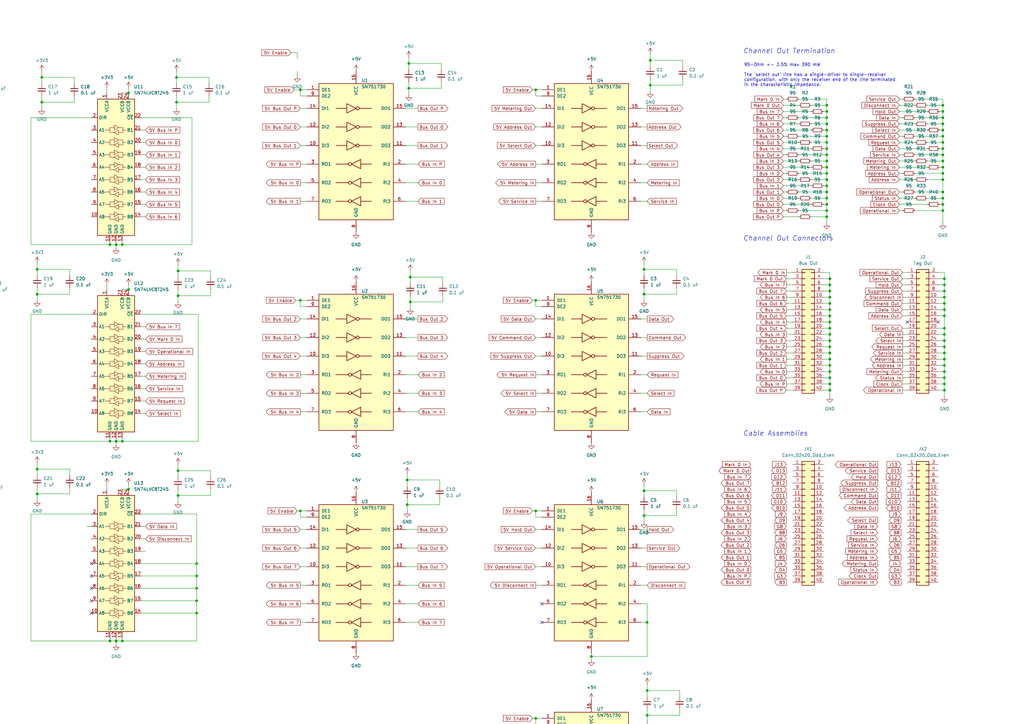
<source format=kicad_sch>
(kicad_sch (version 20230121) (generator eeschema)
  (paper "A3")
  (junction (at -99.06 145.415))
  (junction (at 386.715 43.18))
  (junction (at 219.71 123.19))
  (junction (at -28.575 38.1))
  (junction (at 103.505 -50.165))
  (junction (at 387.35 134.62))
  (junction (at 340.36 116.84))
  (junction (at 52.07 -50.165))
  (junction (at 45.085 100.33))
  (junction (at 387.35 154.94))
  (junction (at 168.275 113.665))
  (junction (at 386.715 73.66))
  (junction (at 219.71 294.64))
  (junction (at 386.715 50.8))
  (junction (at 265.43 283.21))
  (junction (at 387.35 124.46))
  (junction (at 73.025 121.285))
  (junction (at 167.005 207.01))
  (junction (at 339.09 50.8))
  (junction (at 340.36 129.54))
  (junction (at 48.895 -17.145))
  (junction (at 386.715 86.36))
  (junction (at -130.81 90.805))
  (junction (at 340.36 157.48))
  (junction (at 340.36 154.94))
  (junction (at 72.39 41.91))
  (junction (at 387.35 114.3))
  (junction (at 386.715 71.12))
  (junction (at 73.025 111.125))
  (junction (at 340.36 139.7))
  (junction (at 45.085 262.89))
  (junction (at 340.36 142.24))
  (junction (at 17.145 41.91))
  (junction (at 387.35 144.78))
  (junction (at -36.195 180.975))
  (junction (at 340.36 132.08))
  (junction (at 386.715 45.72))
  (junction (at 340.36 137.16))
  (junction (at 387.35 139.7))
  (junction (at 387.35 160.02))
  (junction (at 66.675 -50.165))
  (junction (at 123.19 36.83))
  (junction (at 80.645 241.3))
  (junction (at 80.645 231.14))
  (junction (at 339.09 73.66))
  (junction (at 168.275 123.825))
  (junction (at 387.35 137.16))
  (junction (at 340.36 144.78))
  (junction (at -37.465 200.025))
  (junction (at 123.19 209.55))
  (junction (at 387.35 127))
  (junction (at 264.16 110.49))
  (junction (at 339.09 60.96))
  (junction (at 387.35 116.84))
  (junction (at 73.025 193.04))
  (junction (at 219.71 209.55))
  (junction (at 386.715 68.58))
  (junction (at 387.35 152.4))
  (junction (at 264.16 201.295))
  (junction (at 339.09 48.26))
  (junction (at 386.715 53.34))
  (junction (at 339.09 88.9))
  (junction (at 167.64 26.035))
  (junction (at 266.7 24.765))
  (junction (at 45.085 180.975))
  (junction (at 386.715 48.26))
  (junction (at 264.16 211.455))
  (junction (at -65.405 25.4))
  (junction (at -69.215 136.525))
  (junction (at 339.09 68.58))
  (junction (at -20.955 203.835))
  (junction (at 340.36 147.32))
  (junction (at -130.81 136.525))
  (junction (at 340.36 134.62))
  (junction (at 80.645 246.38))
  (junction (at -90.17 167.64))
  (junction (at 97.155 -50.165))
  (junction (at 339.09 63.5))
  (junction (at 386.715 83.82))
  (junction (at 340.36 160.02))
  (junction (at 340.36 149.86))
  (junction (at 15.24 120.65))
  (junction (at -33.655 262.89))
  (junction (at -90.17 170.18))
  (junction (at -19.05 122.555))
  (junction (at -28.575 200.66))
  (junction (at 47.625 180.975))
  (junction (at 340.36 127))
  (junction (at -65.405 119.38))
  (junction (at 17.145 31.75))
  (junction (at 387.35 129.54))
  (junction (at 265.43 293.37))
  (junction (at 47.625 100.33))
  (junction (at 80.645 236.22))
  (junction (at -31.115 262.89))
  (junction (at 52.705 38.1))
  (junction (at 123.19 123.19))
  (junction (at -31.115 180.975))
  (junction (at -69.215 90.805))
  (junction (at 340.36 152.4))
  (junction (at 50.165 100.33))
  (junction (at 387.35 142.24))
  (junction (at 339.09 58.42))
  (junction (at 340.36 114.3))
  (junction (at 387.35 149.86))
  (junction (at 339.09 55.88))
  (junction (at 339.09 66.04))
  (junction (at -33.655 100.33))
  (junction (at 387.35 157.48))
  (junction (at 114.3 -38.735))
  (junction (at 386.715 55.88))
  (junction (at 386.715 58.42))
  (junction (at 50.165 180.975))
  (junction (at 339.09 45.72))
  (junction (at 52.705 200.66))
  (junction (at -19.685 29.845))
  (junction (at 386.715 63.5))
  (junction (at 339.09 81.28))
  (junction (at 339.09 78.74))
  (junction (at 339.09 76.2))
  (junction (at -37.465 36.83))
  (junction (at 15.24 110.49))
  (junction (at 266.7 34.925))
  (junction (at 52.705 118.745))
  (junction (at 387.35 121.92))
  (junction (at -61.595 201.93))
  (junction (at 126.365 -50.165))
  (junction (at 50.165 262.89))
  (junction (at 167.64 36.195))
  (junction (at 15.24 192.405))
  (junction (at 242.57 354.33))
  (junction (at 339.09 83.82))
  (junction (at 73.025 203.2))
  (junction (at -33.655 180.975))
  (junction (at -37.465 118.11))
  (junction (at 386.715 81.28))
  (junction (at 387.35 147.32))
  (junction (at -19.685 40.005))
  (junction (at -20.955 193.675))
  (junction (at 386.715 66.04))
  (junction (at 219.71 36.83))
  (junction (at 80.01 -38.735))
  (junction (at 242.57 269.24))
  (junction (at 339.09 71.12))
  (junction (at 47.625 262.89))
  (junction (at -28.575 118.745))
  (junction (at 265.43 255.27))
  (junction (at 386.715 78.74))
  (junction (at 340.36 121.92))
  (junction (at 339.09 86.36))
  (junction (at 167.005 196.85))
  (junction (at 339.09 43.18))
  (junction (at 387.35 119.38))
  (junction (at 15.24 202.565))
  (junction (at 89.535 -50.165))
  (junction (at -31.115 100.33))
  (junction (at -130.81 113.665))
  (junction (at 80.645 251.46))
  (junction (at -61.595 191.77))
  (junction (at -65.405 35.56))
  (junction (at 72.39 31.75))
  (junction (at 339.09 53.34))
  (junction (at -69.215 113.665))
  (junction (at -19.05 112.395))
  (junction (at 386.715 60.96))
  (junction (at 264.16 120.65))
  (junction (at 340.36 119.38))
  (junction (at -65.405 109.22))
  (junction (at 340.36 124.46))
  (no_connect (at 37.465 241.3))
  (no_connect (at 37.465 251.46))
  (no_connect (at 207.01 -60.325))
  (no_connect (at 384.81 132.08))
  (no_connect (at -105.41 139.065))
  (no_connect (at 222.25 255.27))
  (no_connect (at -105.41 93.345))
  (no_connect (at 222.25 247.65))
  (no_connect (at 37.465 231.14))
  (no_connect (at -23.495 169.545))
  (no_connect (at -23.495 246.38))
  (no_connect (at -92.71 116.205))
  (no_connect (at -92.71 93.345))
  (no_connect (at -23.495 164.465))
  (no_connect (at 37.465 236.22))
  (no_connect (at 37.465 246.38))
  (no_connect (at -23.495 241.3))
  (no_connect (at -105.41 116.205))
  (no_connect (at 372.11 132.08))
  (no_connect (at 262.89 309.88))
  (no_connect (at -92.71 139.065))
  (wire (pts (xy 50.165 261.62) (xy 50.165 262.89)))
  (wire (pts (xy 219.71 39.37) (xy 222.25 39.37)))
  (wire (pts (xy -33.655 262.89) (xy -31.115 262.89)))
  (wire (pts (xy -48.26 199.39) (xy -48.26 201.93)))
  (wire (pts (xy 262.89 138.43) (xy 265.43 138.43)))
  (wire (pts (xy 337.82 119.38) (xy 340.36 119.38)))
  (wire (pts (xy 262.89 325.12) (xy 265.43 325.12)))
  (wire (pts (xy 339.09 71.12) (xy 339.09 73.66)))
  (wire (pts (xy 368.935 73.66) (xy 375.285 73.66)))
  (wire (pts (xy 337.82 53.34) (xy 339.09 53.34)))
  (wire (pts (xy 219.71 125.73) (xy 222.25 125.73)))
  (wire (pts (xy 385.445 60.96) (xy 386.715 60.96)))
  (wire (pts (xy -6.35 40.005) (xy -19.685 40.005)))
  (wire (pts (xy 45.085 100.33) (xy 47.625 100.33)))
  (wire (pts (xy 166.37 153.67) (xy 171.45 153.67)))
  (wire (pts (xy -43.815 48.26) (xy -45.72 48.26)))
  (wire (pts (xy 168.275 111.125) (xy 168.275 113.665)))
  (wire (pts (xy 386.715 78.74) (xy 386.715 81.28)))
  (wire (pts (xy 166.37 138.43) (xy 171.45 138.43)))
  (wire (pts (xy 322.58 111.76) (xy 325.12 111.76)))
  (wire (pts (xy -65.405 109.22) (xy -52.07 109.22)))
  (wire (pts (xy -69.215 70.485) (xy -92.71 70.485)))
  (wire (pts (xy 384.81 129.54) (xy 387.35 129.54)))
  (wire (pts (xy 17.145 31.75) (xy 30.48 31.75)))
  (wire (pts (xy -19.05 112.395) (xy -5.715 112.395)))
  (wire (pts (xy 123.19 146.05) (xy 125.73 146.05)))
  (wire (pts (xy 80.645 251.46) (xy 80.645 262.89)))
  (wire (pts (xy 340.36 147.32) (xy 340.36 149.86)))
  (wire (pts (xy 384.81 157.48) (xy 387.35 157.48)))
  (wire (pts (xy 219.71 217.17) (xy 222.25 217.17)))
  (wire (pts (xy -45.085 210.82) (xy -45.085 200.025)))
  (wire (pts (xy 47.625 100.33) (xy 50.165 100.33)))
  (wire (pts (xy 368.935 86.36) (xy 370.205 86.36)))
  (wire (pts (xy 180.34 196.85) (xy 180.34 199.39)))
  (wire (pts (xy 73.025 190.5) (xy 73.025 193.04)))
  (wire (pts (xy 368.935 83.82) (xy 380.365 83.82)))
  (wire (pts (xy -45.72 58.42) (xy -43.815 58.42)))
  (wire (pts (xy -92.71 123.825) (xy -91.44 123.825)))
  (wire (pts (xy 327.66 63.5) (xy 339.09 63.5)))
  (wire (pts (xy 80.645 246.38) (xy 80.645 251.46)))
  (wire (pts (xy 322.58 127) (xy 325.12 127)))
  (wire (pts (xy 168.275 123.825) (xy 168.275 126.365)))
  (wire (pts (xy 242.57 269.24) (xy 265.43 269.24)))
  (wire (pts (xy -45.72 220.98) (xy -43.815 220.98)))
  (wire (pts (xy 387.35 157.48) (xy 387.35 160.02)))
  (wire (pts (xy 265.43 280.67) (xy 265.43 283.21)))
  (wire (pts (xy 66.675 -40.64) (xy 66.675 -38.735)))
  (wire (pts (xy 387.35 144.78) (xy 387.35 147.32)))
  (wire (pts (xy -7.62 201.295) (xy -7.62 203.835)))
  (wire (pts (xy 57.785 53.34) (xy 59.69 53.34)))
  (wire (pts (xy 339.09 40.64) (xy 327.66 40.64)))
  (wire (pts (xy 219.71 44.45) (xy 222.25 44.45)))
  (wire (pts (xy 120.65 36.83) (xy 123.19 36.83)))
  (wire (pts (xy 50.165 118.745) (xy 52.705 118.745)))
  (wire (pts (xy 337.82 147.32) (xy 340.36 147.32)))
  (wire (pts (xy -23.495 48.26) (xy -1.905 48.26)))
  (wire (pts (xy 321.31 55.88) (xy 322.58 55.88)))
  (wire (pts (xy 339.09 55.88) (xy 339.09 58.42)))
  (wire (pts (xy 132.715 -55.88) (xy 132.715 -50.165)))
  (wire (pts (xy 380.365 73.66) (xy 386.715 73.66)))
  (wire (pts (xy 80.645 231.14) (xy 80.645 236.22)))
  (wire (pts (xy 43.815 36.195) (xy 43.815 38.1)))
  (wire (pts (xy -33.655 180.975) (xy -36.195 180.975)))
  (wire (pts (xy 368.935 71.12) (xy 370.205 71.12)))
  (wire (pts (xy -106.68 108.585) (xy -105.41 108.585)))
  (wire (pts (xy 43.815 198.755) (xy 43.815 200.66)))
  (wire (pts (xy 339.09 83.82) (xy 339.09 86.36)))
  (wire (pts (xy 123.19 161.29) (xy 125.73 161.29)))
  (wire (pts (xy -69.215 113.665) (xy -69.215 136.525)))
  (wire (pts (xy -65.405 22.86) (xy -65.405 25.4)))
  (wire (pts (xy 370.205 124.46) (xy 372.11 124.46)))
  (wire (pts (xy 337.82 76.2) (xy 339.09 76.2)))
  (wire (pts (xy 262.89 232.41) (xy 265.43 232.41)))
  (wire (pts (xy 50.165 99.06) (xy 50.165 100.33)))
  (wire (pts (xy 114.3 -42.545) (xy 114.3 -38.735)))
  (wire (pts (xy 384.81 154.94) (xy 387.35 154.94)))
  (wire (pts (xy -36.195 179.705) (xy -36.195 180.975)))
  (wire (pts (xy 265.43 255.27) (xy 265.43 269.24)))
  (wire (pts (xy 167.64 28.575) (xy 167.64 26.035)))
  (wire (pts (xy 57.785 215.9) (xy 59.69 215.9)))
  (wire (pts (xy -65.405 111.76) (xy -65.405 109.22)))
  (wire (pts (xy 322.58 132.08) (xy 325.12 132.08)))
  (wire (pts (xy -31.115 99.06) (xy -31.115 100.33)))
  (wire (pts (xy -20.955 203.835) (xy -20.955 201.295)))
  (wire (pts (xy -92.71 126.365) (xy -91.44 126.365)))
  (wire (pts (xy -23.495 215.9) (xy -21.59 215.9)))
  (wire (pts (xy 85.725 41.91) (xy 72.39 41.91)))
  (wire (pts (xy -23.495 133.985) (xy -21.59 133.985)))
  (wire (pts (xy -92.71 133.985) (xy -91.44 133.985)))
  (wire (pts (xy -5.715 122.555) (xy -19.05 122.555)))
  (wire (pts (xy 167.005 199.39) (xy 167.005 196.85)))
  (wire (pts (xy 386.715 73.66) (xy 386.715 78.74)))
  (wire (pts (xy 322.58 160.02) (xy 325.12 160.02)))
  (wire (pts (xy 17.145 41.91) (xy 17.145 44.45)))
  (wire (pts (xy 322.58 144.78) (xy 325.12 144.78)))
  (wire (pts (xy 72.39 29.21) (xy 72.39 31.75)))
  (wire (pts (xy 57.785 139.065) (xy 59.69 139.065)))
  (wire (pts (xy 219.71 240.03) (xy 222.25 240.03)))
  (wire (pts (xy 340.36 139.7) (xy 340.36 142.24)))
  (wire (pts (xy 166.37 217.17) (xy 171.45 217.17)))
  (wire (pts (xy 327.66 86.36) (xy 339.09 86.36)))
  (wire (pts (xy -23.495 63.5) (xy -21.59 63.5)))
  (wire (pts (xy 321.31 76.2) (xy 332.74 76.2)))
  (wire (pts (xy 332.74 43.18) (xy 339.09 43.18)))
  (wire (pts (xy 370.205 129.54) (xy 372.11 129.54)))
  (wire (pts (xy 132.715 -67.31) (xy 132.715 -66.04)))
  (wire (pts (xy 321.31 86.36) (xy 322.58 86.36)))
  (wire (pts (xy 57.785 251.46) (xy 80.645 251.46)))
  (wire (pts (xy -52.07 119.38) (xy -65.405 119.38)))
  (wire (pts (xy -1.905 210.82) (xy -1.905 262.89)))
  (wire (pts (xy 166.37 255.27) (xy 171.45 255.27)))
  (wire (pts (xy -45.085 128.905) (xy -45.085 118.11)))
  (wire (pts (xy 15.24 110.49) (xy 28.575 110.49)))
  (wire (pts (xy 123.19 59.69) (xy 125.73 59.69)))
  (wire (pts (xy 219.71 168.91) (xy 222.25 168.91)))
  (wire (pts (xy 35.56 215.9) (xy 37.465 215.9)))
  (wire (pts (xy 218.44 36.83) (xy 219.71 36.83)))
  (wire (pts (xy 219.71 153.67) (xy 222.25 153.67)))
  (wire (pts (xy 264.16 211.455) (xy 264.16 213.995)))
  (wire (pts (xy -5.715 120.015) (xy -5.715 122.555)))
  (wire (pts (xy -19.685 27.305) (xy -19.685 29.845)))
  (wire (pts (xy 218.44 209.55) (xy 219.71 209.55)))
  (wire (pts (xy 264.16 203.835) (xy 264.16 201.295)))
  (wire (pts (xy 327.66 48.26) (xy 339.09 48.26)))
  (wire (pts (xy 368.935 63.5) (xy 370.205 63.5)))
  (wire (pts (xy 123.19 123.19) (xy 123.19 125.73)))
  (wire (pts (xy -106.68 103.505) (xy -105.41 103.505)))
  (wire (pts (xy 180.34 204.47) (xy 180.34 207.01)))
  (wire (pts (xy -28.575 36.195) (xy -28.575 38.1)))
  (wire (pts (xy 17.145 29.21) (xy 17.145 31.75)))
  (wire (pts (xy 57.785 154.305) (xy 59.69 154.305)))
  (wire (pts (xy 387.35 149.86) (xy 387.35 152.4)))
  (wire (pts (xy 339.09 81.28) (xy 339.09 83.82)))
  (wire (pts (xy 370.205 147.32) (xy 372.11 147.32)))
  (wire (pts (xy 86.36 111.125) (xy 86.36 113.665)))
  (wire (pts (xy 370.205 114.3) (xy 372.11 114.3)))
  (wire (pts (xy 384.81 134.62) (xy 387.35 134.62)))
  (wire (pts (xy 166.37 82.55) (xy 171.45 82.55)))
  (wire (pts (xy -23.495 149.225) (xy -21.59 149.225)))
  (wire (pts (xy 384.81 139.7) (xy 387.35 139.7)))
  (wire (pts (xy 166.37 232.41) (xy 171.45 232.41)))
  (wire (pts (xy -106.68 100.965) (xy -105.41 100.965)))
  (wire (pts (xy 123.19 153.67) (xy 125.73 153.67)))
  (wire (pts (xy 370.205 142.24) (xy 372.11 142.24)))
  (wire (pts (xy 45.085 261.62) (xy 45.085 262.89)))
  (wire (pts (xy -92.71 95.885) (xy -91.44 95.885)))
  (wire (pts (xy 337.82 60.96) (xy 339.09 60.96)))
  (wire (pts (xy 339.09 48.26) (xy 339.09 50.8)))
  (wire (pts (xy -52.07 33.02) (xy -52.07 35.56)))
  (wire (pts (xy -65.405 27.94) (xy -65.405 25.4)))
  (wire (pts (xy -19.685 40.005) (xy -19.685 42.545)))
  (wire (pts (xy 219.71 161.29) (xy 222.25 161.29)))
  (wire (pts (xy -52.07 35.56) (xy -65.405 35.56)))
  (wire (pts (xy -23.495 251.46) (xy -21.59 251.46)))
  (wire (pts (xy 386.715 71.12) (xy 386.715 73.66)))
  (wire (pts (xy 280.035 24.765) (xy 280.035 27.305)))
  (wire (pts (xy 322.58 124.46) (xy 325.12 124.46)))
  (wire (pts (xy -45.72 144.145) (xy -43.815 144.145)))
  (wire (pts (xy 12.7 128.905) (xy 12.7 180.975)))
  (wire (pts (xy -106.68 98.425) (xy -105.41 98.425)))
  (wire (pts (xy 387.35 129.54) (xy 387.35 134.62)))
  (wire (pts (xy -106.68 95.885) (xy -105.41 95.885)))
  (wire (pts (xy 50.165 200.66) (xy 52.705 200.66)))
  (wire (pts (xy 47.625 99.06) (xy 47.625 100.33)))
  (wire (pts (xy 387.35 119.38) (xy 387.35 121.92)))
  (wire (pts (xy 123.19 36.83) (xy 125.73 36.83)))
  (wire (pts (xy 264.16 113.03) (xy 264.16 110.49)))
  (wire (pts (xy -92.71 165.1) (xy -90.17 165.1)))
  (wire (pts (xy -69.215 136.525) (xy -69.215 145.415)))
  (wire (pts (xy 45.085 99.06) (xy 45.085 100.33)))
  (wire (pts (xy 340.36 152.4) (xy 340.36 154.94)))
  (wire (pts (xy 219.71 340.36) (xy 222.25 340.36)))
  (wire (pts (xy -106.68 78.105) (xy -105.41 78.105)))
  (wire (pts (xy 266.7 27.305) (xy 266.7 24.765)))
  (wire (pts (xy -65.405 106.68) (xy -65.405 109.22)))
  (wire (pts (xy 339.09 58.42) (xy 339.09 60.96)))
  (wire (pts (xy -37.465 116.84) (xy -37.465 118.11)))
  (wire (pts (xy 387.35 154.94) (xy 387.35 157.48)))
  (wire (pts (xy 322.58 149.86) (xy 325.12 149.86)))
  (wire (pts (xy 114.3 -38.735) (xy 126.365 -38.735)))
  (wire (pts (xy 219.71 325.12) (xy 222.25 325.12)))
  (wire (pts (xy 81.28 180.975) (xy 81.28 128.905)))
  (wire (pts (xy 123.19 138.43) (xy 125.73 138.43)))
  (wire (pts (xy 57.785 220.98) (xy 59.69 220.98)))
  (wire (pts (xy -19.05 109.855) (xy -19.05 112.395)))
  (wire (pts (xy -7.62 193.675) (xy -7.62 196.215)))
  (wire (pts (xy 387.35 114.3) (xy 387.35 116.84)))
  (wire (pts (xy -106.68 131.445) (xy -105.41 131.445)))
  (wire (pts (xy 103.505 -38.735) (xy 114.3 -38.735)))
  (wire (pts (xy -1.905 48.26) (xy -1.905 100.33)))
  (wire (pts (xy 387.35 160.02) (xy 384.81 160.02)))
  (wire (pts (xy 321.31 45.72) (xy 332.74 45.72)))
  (wire (pts (xy 321.31 58.42) (xy 327.66 58.42)))
  (wire (pts (xy 219.71 36.83) (xy 219.71 39.37)))
  (wire (pts (xy 370.205 137.16) (xy 372.11 137.16)))
  (wire (pts (xy 18.415 -50.165) (xy 26.67 -50.165)))
  (wire (pts (xy 266.7 34.925) (xy 266.7 32.385)))
  (wire (pts (xy -45.72 251.46) (xy -43.815 251.46)))
  (wire (pts (xy 327.66 71.12) (xy 339.09 71.12)))
  (wire (pts (xy -45.72 226.06) (xy -43.815 226.06)))
  (wire (pts (xy 86.36 118.745) (xy 86.36 121.285)))
  (wire (pts (xy -92.71 73.025) (xy -91.44 73.025)))
  (wire (pts (xy 219.71 36.83) (xy 222.25 36.83)))
  (wire (pts (xy -1.905 100.33) (xy -31.115 100.33)))
  (wire (pts (xy -23.495 88.9) (xy -21.59 88.9)))
  (wire (pts (xy -19.05 114.935) (xy -19.05 112.395)))
  (wire (pts (xy 322.58 116.84) (xy 325.12 116.84)))
  (wire (pts (xy 321.31 53.34) (xy 332.74 53.34)))
  (wire (pts (xy -92.71 100.965) (xy -91.44 100.965)))
  (wire (pts (xy 57.785 231.14) (xy 80.645 231.14)))
  (wire (pts (xy 337.82 144.78) (xy 340.36 144.78)))
  (wire (pts (xy 368.935 78.74) (xy 370.205 78.74)))
  (wire (pts (xy 277.495 120.65) (xy 264.16 120.65)))
  (wire (pts (xy 386.715 58.42) (xy 386.715 60.96)))
  (wire (pts (xy 89.535 -38.735) (xy 89.535 -40.64)))
  (wire (pts (xy 262.89 302.26) (xy 267.97 302.26)))
  (wire (pts (xy 123.19 232.41) (xy 125.73 232.41)))
  (wire (pts (xy -92.71 90.805) (xy -69.215 90.805)))
  (wire (pts (xy 384.81 121.92) (xy 387.35 121.92)))
  (wire (pts (xy 386.715 66.04) (xy 386.715 68.58)))
  (wire (pts (xy -45.72 73.66) (xy -43.815 73.66)))
  (wire (pts (xy -23.495 226.06) (xy -21.59 226.06)))
  (wire (pts (xy 380.365 66.04) (xy 386.715 66.04)))
  (wire (pts (xy 168.275 113.665) (xy 181.61 113.665)))
  (wire (pts (xy 180.975 26.035) (xy 180.975 28.575)))
  (wire (pts (xy 123.19 209.55) (xy 125.73 209.55)))
  (wire (pts (xy -31.115 38.1) (xy -28.575 38.1)))
  (wire (pts (xy 80.645 210.82) (xy 80.645 231.14)))
  (wire (pts (xy 339.09 66.04) (xy 339.09 68.58)))
  (wire (pts (xy 166.37 247.65) (xy 171.45 247.65)))
  (wire (pts (xy 17.145 34.29) (xy 17.145 31.75)))
  (wire (pts (xy -69.215 90.805) (xy -69.215 113.665)))
  (wire (pts (xy 368.935 53.34) (xy 380.365 53.34)))
  (wire (pts (xy 266.7 34.925) (xy 266.7 37.465)))
  (wire (pts (xy 73.025 108.585) (xy 73.025 111.125)))
  (wire (pts (xy 103.505 -50.165) (xy 106.68 -50.165)))
  (wire (pts (xy 166.37 240.03) (xy 171.45 240.03)))
  (wire (pts (xy 57.785 159.385) (xy 59.69 159.385)))
  (wire (pts (xy 264.16 107.95) (xy 264.16 110.49)))
  (wire (pts (xy -36.195 261.62) (xy -36.195 262.89)))
  (wire (pts (xy 219.71 209.55) (xy 222.25 209.55)))
  (wire (pts (xy 180.975 36.195) (xy 167.64 36.195)))
  (wire (pts (xy -130.81 90.805) (xy -105.41 90.805)))
  (wire (pts (xy 332.74 50.8) (xy 339.09 50.8)))
  (wire (pts (xy 370.205 121.92) (xy 372.11 121.92)))
  (wire (pts (xy 321.31 71.12) (xy 322.58 71.12)))
  (wire (pts (xy 327.66 55.88) (xy 339.09 55.88)))
  (wire (pts (xy 384.81 127) (xy 387.35 127)))
  (wire (pts (xy -65.405 25.4) (xy -52.07 25.4)))
  (wire (pts (xy 123.19 125.73) (xy 125.73 125.73)))
  (wire (pts (xy -7.62 203.835) (xy -20.955 203.835)))
  (wire (pts (xy 57.785 144.145) (xy 59.69 144.145)))
  (wire (pts (xy 219.71 224.79) (xy 222.25 224.79)))
  (wire (pts (xy -19.05 122.555) (xy -19.05 120.015)))
  (wire (pts (xy 219.71 138.43) (xy 222.25 138.43)))
  (wire (pts (xy 386.715 53.34) (xy 386.715 55.88)))
  (wire (pts (xy 219.71 123.19) (xy 219.71 125.73)))
  (wire (pts (xy 370.205 144.78) (xy 372.11 144.78)))
  (wire (pts (xy 386.715 43.18) (xy 386.715 45.72)))
  (wire (pts (xy 370.205 149.86) (xy 372.11 149.86)))
  (wire (pts (xy -23.495 210.82) (xy -1.905 210.82)))
  (wire (pts (xy -52.07 109.22) (xy -52.07 111.76)))
  (wire (pts (xy 386.715 50.8) (xy 386.715 53.34)))
  (wire (pts (xy 52.705 198.755) (xy 52.705 200.66)))
  (wire (pts (xy 262.89 317.5) (xy 265.43 317.5)))
  (wire (pts (xy 219.71 317.5) (xy 222.25 317.5)))
  (wire (pts (xy 119.38 21.59) (xy 121.92 21.59)))
  (wire (pts (xy 321.31 66.04) (xy 327.66 66.04)))
  (wire (pts (xy -92.71 80.645) (xy -91.44 80.645)))
  (wire (pts (xy 166.37 59.69) (xy 171.45 59.69)))
  (wire (pts (xy 132.715 -50.165) (xy 126.365 -50.165)))
  (wire (pts (xy 340.36 149.86) (xy 340.36 152.4)))
  (wire (pts (xy -90.17 167.64) (xy -90.17 170.18)))
  (wire (pts (xy 166.37 52.07) (xy 171.45 52.07)))
  (wire (pts (xy -45.72 78.74) (xy -43.815 78.74)))
  (wire (pts (xy -92.71 83.185) (xy -91.44 83.185)))
  (wire (pts (xy -43.815 210.82) (xy -45.085 210.82)))
  (wire (pts (xy 22.86 -45.085) (xy 22.86 -41.91)))
  (wire (pts (xy 73.025 203.2) (xy 73.025 205.74)))
  (wire (pts (xy 219.71 67.31) (xy 222.25 67.31)))
  (wire (pts (xy 339.09 50.8) (xy 339.09 53.34)))
  (wire (pts (xy 321.31 83.82) (xy 332.74 83.82)))
  (wire (pts (xy 368.935 55.88) (xy 370.205 55.88)))
  (wire (pts (xy 121.285 123.19) (xy 123.19 123.19)))
  (wire (pts (xy 386.715 83.82) (xy 386.715 86.36)))
  (wire (pts (xy -33.655 100.33) (xy -31.115 100.33)))
  (wire (pts (xy 368.935 60.96) (xy 380.365 60.96)))
  (wire (pts (xy 262.89 74.93) (xy 265.43 74.93)))
  (wire (pts (xy 87.63 -50.165) (xy 89.535 -50.165)))
  (wire (pts (xy 262.89 82.55) (xy 265.43 82.55)))
  (wire (pts (xy 198.12 309.88) (xy 198.12 354.33)))
  (wire (pts (xy 375.285 86.36) (xy 386.715 86.36)))
  (wire (pts (xy 340.36 132.08) (xy 340.36 134.62)))
  (wire (pts (xy 50.165 179.705) (xy 50.165 180.975)))
  (wire (pts (xy 37.465 128.905) (xy 12.7 128.905)))
  (wire (pts (xy -36.195 100.33) (xy -33.655 100.33)))
  (wire (pts (xy -61.595 201.93) (xy -61.595 204.47)))
  (wire (pts (xy 166.37 44.45) (xy 171.45 44.45)))
  (wire (pts (xy 337.82 68.58) (xy 339.09 68.58)))
  (wire (pts (xy 321.31 60.96) (xy 332.74 60.96)))
  (wire (pts (xy 337.82 116.84) (xy 340.36 116.84)))
  (wire (pts (xy -92.71 113.665) (xy -69.215 113.665)))
  (wire (pts (xy 166.37 130.81) (xy 171.45 130.81)))
  (wire (pts (xy 97.155 -66.675) (xy 97.155 -65.405)))
  (wire (pts (xy 370.205 160.02) (xy 372.11 160.02)))
  (wire (pts (xy -92.71 108.585) (xy -91.44 108.585)))
  (wire (pts (xy 50.165 100.33) (xy 78.74 100.33)))
  (wire (pts (xy 242.57 269.24) (xy 242.57 270.51)))
  (wire (pts (xy 50.165 38.1) (xy 52.705 38.1)))
  (wire (pts (xy 12.7 180.975) (xy 45.085 180.975)))
  (wire (pts (xy 337.82 127) (xy 340.36 127)))
  (wire (pts (xy 339.09 53.34) (xy 339.09 55.88)))
  (wire (pts (xy 386.715 40.64) (xy 375.285 40.64)))
  (wire (pts (xy -92.71 167.64) (xy -90.17 167.64)))
  (wire (pts (xy 78.74 48.26) (xy 57.785 48.26)))
  (wire (pts (xy 321.31 50.8) (xy 327.66 50.8)))
  (wire (pts (xy -23.495 220.98) (xy -21.59 220.98)))
  (wire (pts (xy 123.19 67.31) (xy 125.73 67.31)))
  (wire (pts (xy -23.495 144.145) (xy -21.59 144.145)))
  (wire (pts (xy -92.71 118.745) (xy -91.44 118.745)))
  (wire (pts (xy -37.465 198.755) (xy -37.465 200.025)))
  (wire (pts (xy 264.16 198.755) (xy 264.16 201.295)))
  (wire (pts (xy 57.785 83.82) (xy 59.69 83.82)))
  (wire (pts (xy 266.7 24.765) (xy 280.035 24.765)))
  (wire (pts (xy 123.19 36.83) (xy 123.19 39.37)))
  (wire (pts (xy 321.31 73.66) (xy 327.66 73.66)))
  (wire (pts (xy 337.82 114.3) (xy 340.36 114.3)))
  (wire (pts (xy 219.71 209.55) (xy 219.71 212.09)))
  (wire (pts (xy 322.58 121.92) (xy 325.12 121.92)))
  (wire (pts (xy 265.43 293.37) (xy 265.43 295.91)))
  (wire (pts (xy -106.68 73.025) (xy -105.41 73.025)))
  (wire (pts (xy -19.685 32.385) (xy -19.685 29.845)))
  (wire (pts (xy 45.085 180.975) (xy 47.625 180.975)))
  (wire (pts (xy 37.465 48.26) (xy 12.7 48.26)))
  (wire (pts (xy -33.655 261.62) (xy -33.655 262.89)))
  (wire (pts (xy 50.165 262.89) (xy 47.625 262.89)))
  (wire (pts (xy 321.31 81.28) (xy 327.66 81.28)))
  (wire (pts (xy 340.36 114.3) (xy 340.36 116.84)))
  (wire (pts (xy 180.975 33.655) (xy 180.975 36.195)))
  (wire (pts (xy -31.115 179.705) (xy -31.115 180.975)))
  (wire (pts (xy 262.89 67.31) (xy 265.43 67.31)))
  (wire (pts (xy -31.115 118.745) (xy -28.575 118.745)))
  (wire (pts (xy 262.89 153.67) (xy 265.43 153.67)))
  (wire (pts (xy 57.785 246.38) (xy 80.645 246.38)))
  (wire (pts (xy -106.68 123.825) (xy -105.41 123.825)))
  (wire (pts (xy 166.37 224.79) (xy 171.45 224.79)))
  (wire (pts (xy -48.26 191.77) (xy -48.26 194.31)))
  (wire (pts (xy 385.445 45.72) (xy 386.715 45.72)))
  (wire (pts (xy 368.935 50.8) (xy 375.285 50.8)))
  (wire (pts (xy 219.71 146.05) (xy 222.25 146.05)))
  (wire (pts (xy 57.785 226.06) (xy 59.69 226.06)))
  (wire (pts (xy 264.16 201.295) (xy 277.495 201.295)))
  (wire (pts (xy -23.495 139.065) (xy -21.59 139.065)))
  (wire (pts (xy 181.61 123.825) (xy 168.275 123.825)))
  (wire (pts (xy -45.72 83.82) (xy -43.815 83.82)))
  (wire (pts (xy 375.285 78.74) (xy 386.715 78.74)))
  (wire (pts (xy 123.19 39.37) (xy 125.73 39.37)))
  (wire (pts (xy -45.72 63.5) (xy -43.815 63.5)))
  (wire (pts (xy 12.7 262.89) (xy 12.7 210.82)))
  (wire (pts (xy 28.575 120.65) (xy 15.24 120.65)))
  (wire (pts (xy -130.81 90.805) (xy -130.81 113.665)))
  (wire (pts (xy 262.89 161.29) (xy 265.43 161.29)))
  (wire (pts (xy 339.09 86.36) (xy 339.09 88.9)))
  (wire (pts (xy 386.715 68.58) (xy 386.715 71.12)))
  (wire (pts (xy -45.72 88.9) (xy -43.815 88.9)))
  (wire (pts (xy 368.935 45.72) (xy 380.365 45.72)))
  (wire (pts (xy 277.495 211.455) (xy 264.16 211.455)))
  (wire (pts (xy 166.37 146.05) (xy 171.45 146.05)))
  (wire (pts (xy 278.765 290.83) (xy 278.765 293.37)))
  (wire (pts (xy 72.39 41.91) (xy 72.39 39.37)))
  (wire (pts (xy 45.085 262.89) (xy 12.7 262.89)))
  (wire (pts (xy -61.595 189.23) (xy -61.595 191.77)))
  (wire (pts (xy 386.715 60.96) (xy 386.715 63.5)))
  (wire (pts (xy 340.36 142.24) (xy 340.36 144.78)))
  (wire (pts (xy 219.71 52.07) (xy 222.25 52.07)))
  (wire (pts (xy 339.09 40.64) (xy 339.09 43.18)))
  (wire (pts (xy -37.465 36.195) (xy -37.465 36.83)))
  (wire (pts (xy 34.29 -50.165) (xy 41.91 -50.165)))
  (wire (pts (xy 387.35 142.24) (xy 387.35 144.78)))
  (wire (pts (xy 15.24 120.65) (xy 15.24 118.11)))
  (wire (pts (xy 167.64 26.035) (xy 180.975 26.035)))
  (wire (pts (xy 219.71 59.69) (xy 222.25 59.69)))
  (wire (pts (xy -92.71 88.265) (xy -91.44 88.265)))
  (wire (pts (xy 340.36 127) (xy 340.36 129.54)))
  (wire (pts (xy 30.48 39.37) (xy 30.48 41.91)))
  (wire (pts (xy 57.785 63.5) (xy 59.69 63.5)))
  (wire (pts (xy 370.205 152.4) (xy 372.11 152.4)))
  (wire (pts (xy -45.085 200.025) (xy -37.465 200.025)))
  (wire (pts (xy 332.74 66.04) (xy 339.09 66.04)))
  (wire (pts (xy 218.44 123.19) (xy 219.71 123.19)))
  (wire (pts (xy 97.155 -50.165) (xy 103.505 -50.165)))
  (wire (pts (xy 66.675 -50.165) (xy 66.675 -45.72)))
  (wire (pts (xy 339.09 45.72) (xy 339.09 48.26)))
  (wire (pts (xy 219.71 332.74) (xy 222.25 332.74)))
  (wire (pts (xy 380.365 81.28) (xy 386.715 81.28)))
  (wire (pts (xy 47.625 180.975) (xy 50.165 180.975)))
  (wire (pts (xy 262.89 52.07) (xy 265.43 52.07)))
  (wire (pts (xy 264.16 110.49) (xy 277.495 110.49)))
  (wire (pts (xy 30.48 41.91) (xy 17.145 41.91)))
  (wire (pts (xy -92.71 75.565) (xy -91.44 75.565)))
  (wire (pts (xy 375.285 71.12) (xy 386.715 71.12)))
  (wire (pts (xy 28.575 110.49) (xy 28.575 113.03)))
  (wire (pts (xy 321.31 63.5) (xy 322.58 63.5)))
  (wire (pts (xy 123.19 130.81) (xy 125.73 130.81)))
  (wire (pts (xy -92.71 136.525) (xy -69.215 136.525)))
  (wire (pts (xy 339.09 76.2) (xy 339.09 78.74)))
  (wire (pts (xy 198.12 354.33) (xy 242.57 354.33)))
  (wire (pts (xy 380.365 50.8) (xy 386.715 50.8)))
  (wire (pts (xy 368.935 48.26) (xy 370.205 48.26)))
  (wire (pts (xy 103.505 -50.165) (xy 103.505 -45.085)))
  (wire (pts (xy 219.71 302.26) (xy 222.25 302.26)))
  (wire (pts (xy 322.58 119.38) (xy 325.12 119.38)))
  (wire (pts (xy -23.495 58.42) (xy -21.59 58.42)))
  (wire (pts (xy 123.19 74.93) (xy 125.73 74.93)))
  (wire (pts (xy 167.005 194.31) (xy 167.005 196.85)))
  (wire (pts (xy 386.715 45.72) (xy 386.715 48.26)))
  (wire (pts (xy -65.405 119.38) (xy -65.405 121.92)))
  (wire (pts (xy 262.89 217.17) (xy 265.43 217.17)))
  (wire (pts (xy -92.71 85.725) (xy -91.44 85.725)))
  (wire (pts (xy 370.205 119.38) (xy 372.11 119.38)))
  (wire (pts (xy -31.115 180.975) (xy -33.655 180.975)))
  (wire (pts (xy -31.115 262.89) (xy -1.905 262.89)))
  (wire (pts (xy 123.19 44.45) (xy 125.73 44.45)))
  (wire (pts (xy 57.785 241.3) (xy 80.645 241.3)))
  (wire (pts (xy 340.36 134.62) (xy 340.36 137.16)))
  (wire (pts (xy 280.035 34.925) (xy 266.7 34.925)))
  (wire (pts (xy 387.35 127) (xy 387.35 129.54)))
  (wire (pts (xy -28.575 198.755) (xy -28.575 200.66)))
  (wire (pts (xy 15.24 202.565) (xy 15.24 205.105)))
  (wire (pts (xy 50.165 180.975) (xy 81.28 180.975)))
  (wire (pts (xy 368.935 43.18) (xy 375.285 43.18)))
  (wire (pts (xy -23.495 154.305) (xy -21.59 154.305)))
  (wire (pts (xy 386.715 48.26) (xy 386.715 50.8)))
  (wire (pts (xy -23.495 73.66) (xy -21.59 73.66)))
  (wire (pts (xy 73.025 195.58) (xy 73.025 193.04)))
  (wire (pts (xy 264.16 120.65) (xy 264.16 123.19)))
  (wire (pts (xy 385.445 83.82) (xy 386.715 83.82)))
  (wire (pts (xy 73.025 121.285) (xy 73.025 118.745)))
  (wire (pts (xy -92.71 111.125) (xy -91.44 111.125)))
  (wire (pts (xy 322.58 152.4) (xy 325.12 152.4)))
  (wire (pts (xy 370.205 154.94) (xy 372.11 154.94)))
  (wire (pts (xy 332.74 81.28) (xy 339.09 81.28)))
  (wire (pts (xy 47.625 180.975) (xy 47.625 182.245)))
  (wire (pts (xy 28.575 192.405) (xy 28.575 194.945)))
  (wire (pts (xy 321.31 43.18) (xy 327.66 43.18)))
  (wire (pts (xy -45.085 118.11) (xy -37.465 118.11)))
  (wire (pts (xy 47.625 262.89) (xy 47.625 264.16)))
  (wire (pts (xy 321.31 68.58) (xy 332.74 68.58)))
  (wire (pts (xy 17.145 41.91) (xy 17.145 39.37)))
  (wire (pts (xy 321.31 88.9) (xy 327.66 88.9)))
  (wire (pts (xy 57.785 164.465) (xy 59.69 164.465)))
  (wire (pts (xy 97.155 -55.245) (xy 97.155 -50.165)))
  (wire (pts (xy -23.495 236.22) (xy -21.59 236.22)))
  (wire (pts (xy 123.19 217.17) (xy 125.73 217.17)))
  (wire (pts (xy 45.085 179.705) (xy 45.085 180.975)))
  (wire (pts (xy -20.955 193.675) (xy -7.62 193.675)))
  (wire (pts (xy -20.955 196.215) (xy -20.955 193.675)))
  (wire (pts (xy 322.58 137.16) (xy 325.12 137.16)))
  (wire (pts (xy -130.81 113.665) (xy -130.81 136.525)))
  (wire (pts (xy 57.785 88.9) (xy 59.69 88.9)))
  (wire (pts (xy 52.07 -59.055) (xy 52.07 -50.165)))
  (wire (pts (xy -45.72 48.26) (xy -45.72 36.83)))
  (wire (pts (xy 52.705 116.84) (xy 52.705 118.745)))
  (wire (pts (xy -33.655 179.705) (xy -33.655 180.975)))
  (wire (pts (xy 384.81 147.32) (xy 387.35 147.32)))
  (wire (pts (xy 262.89 247.65) (xy 265.43 247.65)))
  (wire (pts (xy 384.81 111.76) (xy 387.35 111.76)))
  (wire (pts (xy -48.26 201.93) (xy -61.595 201.93)))
  (wire (pts (xy 167.64 36.195) (xy 167.64 33.655)))
  (wire (pts (xy 337.82 139.7) (xy 340.36 139.7)))
  (wire (pts (xy -45.72 139.065) (xy -43.815 139.065)))
  (wire (pts (xy -130.81 136.525) (xy -130.81 145.415)))
  (wire (pts (xy -45.72 53.34) (xy -43.815 53.34)))
  (wire (pts (xy 262.89 146.05) (xy 265.43 146.05)))
  (wire (pts (xy 321.31 40.64) (xy 322.58 40.64)))
  (wire (pts (xy 384.81 142.24) (xy 387.35 142.24)))
  (wire (pts (xy 277.495 201.295) (xy 277.495 203.835)))
  (wire (pts (xy 368.935 58.42) (xy 375.285 58.42)))
  (wire (pts (xy -33.655 180.975) (xy -33.655 182.245)))
  (wire (pts (xy -130.81 113.665) (xy -105.41 113.665)))
  (wire (pts (xy -28.575 116.84) (xy -28.575 118.745)))
  (wire (pts (xy 57.785 58.42) (xy 59.69 58.42)))
  (wire (pts (xy 266.7 22.225) (xy 266.7 24.765)))
  (wire (pts (xy 277.495 110.49) (xy 277.495 113.03)))
  (wire (pts (xy 86.36 193.04) (xy 86.36 195.58)))
  (wire (pts (xy 72.39 34.29) (xy 72.39 31.75)))
  (wire (pts (xy 262.89 332.74) (xy 265.43 332.74)))
  (wire (pts (xy 384.81 144.78) (xy 387.35 144.78)))
  (wire (pts (xy 126.365 -38.735) (xy 126.365 -40.64)))
  (wire (pts (xy -107.95 170.18) (xy -105.41 170.18)))
  (wire (pts (xy 340.36 124.46) (xy 340.36 127)))
  (wire (pts (xy 380.365 58.42) (xy 386.715 58.42)))
  (wire (pts (xy 57.15 -19.685) (xy 57.15 -17.145)))
  (wire (pts (xy 62.23 -50.165) (xy 66.675 -50.165)))
  (wire (pts (xy 322.58 157.48) (xy 325.12 157.48)))
  (wire (pts (xy 370.205 139.7) (xy 372.11 139.7)))
  (wire (pts (xy 339.09 60.96) (xy 339.09 63.5)))
  (wire (pts (xy 15.24 202.565) (xy 15.24 200.025)))
  (wire (pts (xy 12.7 100.33) (xy 45.085 100.33)))
  (wire (pts (xy 66.675 -38.735) (xy 80.01 -38.735)))
  (wire (pts (xy 322.58 154.94) (xy 325.12 154.94)))
  (wire (pts (xy -107.95 167.64) (xy -105.41 167.64)))
  (wire (pts (xy -23.495 68.58) (xy -21.59 68.58)))
  (wire (pts (xy 339.09 88.9) (xy 339.09 91.44)))
  (wire (pts (xy 370.205 127) (xy 372.11 127)))
  (wire (pts (xy 278.765 283.21) (xy 278.765 285.75)))
  (wire (pts (xy -19.685 29.845) (xy -6.35 29.845)))
  (wire (pts (xy 126.365 -50.165) (xy 121.92 -50.165)))
  (wire (pts (xy -45.72 231.14) (xy -43.815 231.14)))
  (wire (pts (xy 262.89 44.45) (xy 265.43 44.45)))
  (wire (pts (xy 219.71 123.19) (xy 222.25 123.19)))
  (wire (pts (xy 47.625 261.62) (xy 47.625 262.89)))
  (wire (pts (xy 262.89 255.27) (xy 265.43 255.27)))
  (wire (pts (xy -52.07 116.84) (xy -52.07 119.38)))
  (wire (pts (xy 73.025 113.665) (xy 73.025 111.125)))
  (wire (pts (xy 219.71 294.64) (xy 219.71 297.18)))
  (wire (pts (xy 337.82 149.86) (xy 340.36 149.86)))
  (wire (pts (xy 80.01 -38.735) (xy 80.01 -38.1)))
  (wire (pts (xy 387.35 139.7) (xy 387.35 142.24)))
  (wire (pts (xy -31.115 200.66) (xy -28.575 200.66)))
  (wire (pts (xy 89.535 -50.165) (xy 97.155 -50.165)))
  (wire (pts (xy 12.7 210.82) (xy 37.465 210.82)))
  (wire (pts (xy 219.71 82.55) (xy 222.25 82.55)))
  (wire (pts (xy -61.595 191.77) (xy -48.26 191.77)))
  (wire (pts (xy -107.95 165.1) (xy -105.41 165.1)))
  (wire (pts (xy 337.82 160.02) (xy 340.36 160.02)))
  (wire (pts (xy 262.89 59.69) (xy 265.43 59.69)))
  (wire (pts (xy 368.935 40.64) (xy 370.205 40.64)))
  (wire (pts (xy 123.19 123.19) (xy 125.73 123.19)))
  (wire (pts (xy 167.005 196.85) (xy 180.34 196.85)))
  (wire (pts (xy 387.35 116.84) (xy 387.35 119.38)))
  (wire (pts (xy 80.645 241.3) (xy 80.645 246.38)))
  (wire (pts (xy 387.35 160.02) (xy 387.35 162.56)))
  (wire (pts (xy 85.725 31.75) (xy 85.725 34.29)))
  (wire (pts (xy 280.035 32.385) (xy 280.035 34.925)))
  (wire (pts (xy 28.575 118.11) (xy 28.575 120.65)))
  (wire (pts (xy -37.465 118.11) (xy -37.465 118.745)))
  (wire (pts (xy -90.17 170.18) (xy -90.17 173.355)))
  (wire (pts (xy -106.68 111.125) (xy -105.41 111.125)))
  (wire (pts (xy 386.715 63.5) (xy 386.715 66.04)))
  (wire (pts (xy 121.92 209.55) (xy 123.19 209.55)))
  (wire (pts (xy 340.36 157.48) (xy 340.36 160.02)))
  (wire (pts (xy 123.19 247.65) (xy 125.73 247.65)))
  (wire (pts (xy 262.89 130.81) (xy 265.43 130.81)))
  (wire (pts (xy 368.935 66.04) (xy 375.285 66.04)))
  (wire (pts (xy -6.35 29.845) (xy -6.35 32.385)))
  (wire (pts (xy 322.58 142.24) (xy 325.12 142.24)))
  (wire (pts (xy 337.82 142.24) (xy 340.36 142.24)))
  (wire (pts (xy 321.31 48.26) (xy 322.58 48.26)))
  (wire (pts (xy 339.09 63.5) (xy 339.09 66.04)))
  (wire (pts (xy 15.24 113.03) (xy 15.24 110.49)))
  (wire (pts (xy -20.955 203.835) (xy -20.955 206.375)))
  (wire (pts (xy 86.36 121.285) (xy 73.025 121.285)))
  (wire (pts (xy 322.58 114.3) (xy 325.12 114.3)))
  (wire (pts (xy 180.34 207.01) (xy 167.005 207.01)))
  (wire (pts (xy -130.81 70.485) (xy -130.81 90.805)))
  (wire (pts (xy 387.35 134.62) (xy 387.35 137.16)))
  (wire (pts (xy -106.68 83.185) (xy -105.41 83.185)))
  (wire (pts (xy -36.195 180.975) (xy -60.325 180.975)))
  (wire (pts (xy 387.35 121.92) (xy 387.35 124.46)))
  (wire (pts (xy 166.37 67.31) (xy 171.45 67.31)))
  (wire (pts (xy -61.595 201.93) (xy -61.595 199.39)))
  (wire (pts (xy 219.71 74.93) (xy 222.25 74.93)))
  (wire (pts (xy 386.715 55.88) (xy 386.715 58.42)))
  (wire (pts (xy -23.495 53.34) (xy -21.59 53.34)))
  (wire (pts (xy 340.36 111.76) (xy 340.36 114.3)))
  (wire (pts (xy 57.785 68.58) (xy 59.69 68.58)))
  (wire (pts (xy 123.19 255.27) (xy 125.73 255.27)))
  (wire (pts (xy 15.24 189.865) (xy 15.24 192.405)))
  (wire (pts (xy 337.82 45.72) (xy 339.09 45.72)))
  (wire (pts (xy 126.365 -50.165) (xy 126.365 -45.72)))
  (wire (pts (xy 322.58 139.7) (xy 325.12 139.7)))
  (wire (pts (xy 49.53 -50.165) (xy 52.07 -50.165)))
  (wire (pts (xy 384.81 149.86) (xy 387.35 149.86)))
  (wire (pts (xy 332.74 58.42) (xy 339.09 58.42)))
  (wire (pts (xy 337.82 124.46) (xy 340.36 124.46)))
  (wire (pts (xy -45.72 236.22) (xy -43.815 236.22)))
  (wire (pts (xy 265.43 283.21) (xy 278.765 283.21)))
  (wire (pts (xy 15.24 192.405) (xy 28.575 192.405)))
  (wire (pts (xy -23.495 231.14) (xy -21.59 231.14)))
  (wire (pts (xy 370.205 157.48) (xy 372.11 157.48)))
  (wire (pts (xy 242.57 354.33) (xy 242.57 355.6)))
  (wire (pts (xy 387.35 137.16) (xy 387.35 139.7)))
  (wire (pts (xy 28.575 202.565) (xy 15.24 202.565)))
  (wire (pts (xy 28.575 200.025) (xy 28.575 202.565)))
  (wire (pts (xy -23.495 83.82) (xy -21.59 83.82)))
  (wire (pts (xy -65.405 35.56) (xy -65.405 38.1)))
  (wire (pts (xy -92.71 78.105) (xy -91.44 78.105)))
  (wire (pts (xy 264.16 120.65) (xy 264.16 118.11)))
  (wire (pts (xy 242.57 267.97) (xy 242.57 269.24)))
  (wire (pts (xy 380.365 43.18) (xy 386.715 43.18)))
  (wire (pts (xy 337.82 83.82) (xy 339.09 83.82)))
  (wire (pts (xy 339.09 43.18) (xy 339.09 45.72)))
  (wire (pts (xy 166.37 168.91) (xy 171.45 168.91)))
  (wire (pts (xy 386.715 40.64) (xy 386.715 43.18)))
  (wire (pts (xy 85.725 39.37) (xy 85.725 41.91)))
  (wire (pts (xy -45.72 36.83) (xy -37.465 36.83)))
  (wire (pts (xy 375.285 63.5) (xy 386.715 63.5)))
  (wire (pts (xy 123.19 240.03) (xy 125.73 240.03)))
  (wire (pts (xy 387.35 124.46) (xy 387.35 127)))
  (wire (pts (xy 337.82 121.92) (xy 340.36 121.92)))
  (wire (pts (xy 86.36 203.2) (xy 73.025 203.2)))
  (wire (pts (xy 337.82 134.62) (xy 340.36 134.62)))
  (wire (pts (xy 262.89 340.36) (xy 265.43 340.36)))
  (wire (pts (xy 50.165 262.89) (xy 80.645 262.89)))
  (wire (pts (xy 370.205 116.84) (xy 372.11 116.84)))
  (wire (pts (xy 340.36 160.02) (xy 340.36 162.56)))
  (wire (pts (xy 384.81 152.4) (xy 387.35 152.4)))
  (wire (pts (xy -23.495 159.385) (xy -21.59 159.385)))
  (wire (pts (xy 167.64 36.195) (xy 167.64 38.735)))
  (wire (pts (xy 386.715 81.28) (xy 386.715 83.82)))
  (wire (pts (xy 385.445 68.58) (xy 386.715 68.58)))
  (wire (pts (xy -45.72 169.545) (xy -43.815 169.545)))
  (wire (pts (xy 322.58 134.62) (xy 325.12 134.62)))
  (wire (pts (xy -92.71 128.905) (xy -91.44 128.905)))
  (wire (pts (xy 337.82 111.76) (xy 340.36 111.76)))
  (wire (pts (xy 15.24 194.945) (xy 15.24 192.405)))
  (wire (pts (xy 166.37 161.29) (xy 171.45 161.29)))
  (wire (pts (xy 167.005 207.01) (xy 167.005 209.55)))
  (wire (pts (xy 72.39 31.75) (xy 85.725 31.75)))
  (wire (pts (xy 337.82 152.4) (xy 340.36 152.4)))
  (wire (pts (xy 80.645 236.22) (xy 80.645 241.3)))
  (wire (pts (xy 123.19 82.55) (xy 125.73 82.55)))
  (wire (pts (xy 265.43 293.37) (xy 265.43 290.83)))
  (wire (pts (xy 337.82 137.16) (xy 340.36 137.16)))
  (wire (pts (xy 340.36 144.78) (xy 340.36 147.32)))
  (wire (pts (xy 337.82 132.08) (xy 340.36 132.08)))
  (wire (pts (xy 340.36 129.54) (xy 340.36 132.08)))
  (wire (pts (xy 219.71 294.64) (xy 222.25 294.64)))
  (wire (pts (xy -90.17 165.1) (xy -90.17 167.64)))
  (wire (pts (xy 47.625 179.705) (xy 47.625 180.975)))
  (wire (pts (xy 181.61 113.665) (xy 181.61 116.205)))
  (wire (pts (xy 384.81 137.16) (xy 387.35 137.16)))
  (wire (pts (xy -31.115 261.62) (xy -31.115 262.89)))
  (wire (pts (xy -92.71 170.18) (xy -90.17 170.18)))
  (wire (pts (xy 219.71 130.81) (xy 222.25 130.81)))
  (wire (pts (xy 48.895 -17.145) (xy 57.15 -17.145)))
  (wire (pts (xy 66.675 -50.165) (xy 72.39 -50.165)))
  (wire (pts (xy 57.785 210.82) (xy 80.645 210.82)))
  (wire (pts (xy 103.505 -40.005) (xy 103.505 -38.735)))
  (wire (pts (xy 370.205 134.62) (xy 372.11 134.62)))
  (wire (pts (xy -106.68 106.045) (xy -105.41 106.045)))
  (wire (pts (xy 375.285 48.26) (xy 386.715 48.26)))
  (wire (pts (xy 218.44 294.64) (xy 219.71 294.64)))
  (wire (pts (xy 168.275 116.205) (xy 168.275 113.665)))
  (wire (pts (xy 368.935 81.28) (xy 375.285 81.28)))
  (wire (pts (xy 167.005 207.01) (xy 167.005 204.47)))
  (wire (pts (xy -130.81 145.415) (xy -99.06 145.415)))
  (wire (pts (xy 262.89 224.79) (xy 265.43 224.79)))
  (wire (pts (xy 52.705 36.195) (xy 52.705 38.1)))
  (wire (pts (xy -23.495 78.74) (xy -21.59 78.74)))
  (wire (pts (xy 52.07 -50.165) (xy 54.61 -50.165)))
  (wire (pts (xy -33.655 262.89) (xy -33.655 264.16)))
  (wire (pts (xy 340.36 119.38) (xy 340.36 121.92)))
  (wire (pts (xy 265.43 247.65) (xy 265.43 255.27)))
  (wire (pts (xy 384.81 124.46) (xy 387.35 124.46)))
  (wire (pts (xy 340.36 121.92) (xy 340.36 124.46)))
  (wire (pts (xy -45.72 133.985) (xy -43.815 133.985)))
  (wire (pts (xy 57.785 169.545) (xy 59.69 169.545)))
  (wire (pts (xy 337.82 154.94) (xy 340.36 154.94)))
  (wire (pts (xy -45.72 215.9) (xy -43.815 215.9)))
  (wire (pts (xy -33.655 100.33) (xy -33.655 101.6)))
  (wire (pts (xy 32.385 -19.685) (xy 32.385 -17.145)))
  (wire (pts (xy 166.37 74.93) (xy 171.45 74.93)))
  (wire (pts (xy -106.68 118.745) (xy -105.41 118.745)))
  (wire (pts (xy -106.68 85.725) (xy -105.41 85.725)))
  (wire (pts (xy 332.74 88.9) (xy 339.09 88.9)))
  (wire (pts (xy -69.215 70.485) (xy -69.215 90.805)))
  (wire (pts (xy -92.71 121.285) (xy -91.44 121.285)))
  (wire (pts (xy 30.48 31.75) (xy 30.48 34.29)))
  (wire (pts (xy 339.09 68.58) (xy 339.09 71.12)))
  (wire (pts (xy 327.66 78.74) (xy 339.09 78.74)))
  (wire (pts (xy 43.815 116.84) (xy 43.815 118.745)))
  (wire (pts (xy -61.595 194.31) (xy -61.595 191.77)))
  (wire (pts (xy -45.72 241.3) (xy -43.815 241.3)))
  (wire (pts (xy 219.71 232.41) (xy 222.25 232.41)))
  (wire (pts (xy 321.31 78.74) (xy 322.58 78.74)))
  (wire (pts (xy -43.815 128.905) (xy -45.085 128.905)))
  (wire (pts (xy 57.785 133.985) (xy 59.69 133.985)))
  (wire (pts (xy 123.19 224.79) (xy 125.73 224.79)))
  (wire (pts (xy 368.935 68.58) (xy 380.365 68.58)))
  (wire (pts (xy 57.785 78.74) (xy 59.69 78.74)))
  (wire (pts (xy -5.715 112.395) (xy -5.715 114.935)))
  (wire (pts (xy -37.465 200.025) (xy -37.465 200.66)))
  (wire (pts (xy 81.28 128.905) (xy 57.785 128.905)))
  (wire (pts (xy 265.43 285.75) (xy 265.43 283.21)))
  (wire (pts (xy 340.36 116.84) (xy 340.36 119.38)))
  (wire (pts (xy 387.35 152.4) (xy 387.35 154.94)))
  (wire (pts (xy -106.68 128.905) (xy -105.41 128.905)))
  (wire (pts (xy 123.19 168.91) (xy 125.73 168.91)))
  (wire (pts (xy 277.495 118.11) (xy 277.495 120.65)))
  (wire (pts (xy 339.09 78.74) (xy 339.09 81.28)))
  (wire (pts (xy -37.465 36.83) (xy -37.465 38.1)))
  (wire (pts (xy 167.64 23.495) (xy 167.64 26.035)))
  (wire (pts (xy 219.71 212.09) (xy 222.25 212.09)))
  (wire (pts (xy 72.39 41.91) (xy 72.39 44.45)))
  (wire (pts (xy 123.19 209.55) (xy 123.19 212.09)))
  (wire (pts (xy 73.025 121.285) (xy 73.025 123.825)))
  (wire (pts (xy 385.445 53.34) (xy 386.715 53.34)))
  (wire (pts (xy -106.68 88.265) (xy -105.41 88.265)))
  (wire (pts (xy -1.905 180.975) (xy -31.115 180.975)))
  (wire (pts (xy 47.625 100.33) (xy 47.625 101.6)))
  (wire (pts (xy 242.57 353.06) (xy 242.57 354.33)))
  (wire (pts (xy 340.36 154.94) (xy 340.36 157.48)))
  (wire (pts (xy -33.655 99.06) (xy -33.655 100.33)))
  (wire (pts (xy 168.275 123.825) (xy 168.275 121.285)))
  (wire (pts (xy 57.785 236.22) (xy 80.645 236.22)))
  (wire (pts (xy 89.535 -50.165) (xy 89.535 -45.72)))
  (wire (pts (xy 121.92 29.21) (xy 121.92 31.115)))
  (wire (pts (xy 262.89 168.91) (xy 265.43 168.91)))
  (wire (pts (xy 337.82 129.54) (xy 340.36 129.54)))
  (wire (pts (xy 264.16 211.455) (xy 264.16 208.915)))
  (wire (pts (xy 57.785 73.66) (xy 59.69 73.66)))
  (wire (pts (xy 322.58 129.54) (xy 325.12 129.54)))
  (wire (pts (xy 123.19 52.07) (xy 125.73 52.07)))
  (wire (pts (xy 384.81 116.84) (xy 387.35 116.84)))
  (wire (pts (xy -65.405 35.56) (xy -65.405 33.02)))
  (wire (pts (xy 370.205 111.76) (xy 372.11 111.76)))
  (wire (pts (xy 198.12 309.88) (xy 222.25 309.88)))
  (wire (pts (xy -1.905 128.905) (xy -1.905 180.975)))
  (wire (pts (xy 121.92 21.59) (xy 121.92 24.13)))
  (wire (pts (xy -45.72 68.58) (xy -43.815 68.58)))
  (wire (pts (xy 18.415 -45.085) (xy 22.86 -45.085)))
  (wire (pts (xy -106.68 133.985) (xy -105.41 133.985)))
  (wire (pts (xy 339.09 73.66) (xy 339.09 76.2)))
  (wire (pts (xy 86.36 200.66) (xy 86.36 203.2)))
  (wire (pts (xy 322.58 147.32) (xy 325.12 147.32)))
  (wire (pts (xy -20.955 191.135) (xy -20.955 193.675)))
  (wire (pts (xy -19.05 122.555) (xy -19.05 125.095)))
  (wire (pts (xy -99.06 145.415) (xy -99.06 147.32)))
  (wire (pts (xy -60.325 149.225) (xy -60.325 180.975)))
  (wire (pts (xy 384.81 119.38) (xy 387.35 119.38)))
  (wire (pts (xy 181.61 121.285) (xy 181.61 123.825)))
  (wire (pts (xy 340.36 137.16) (xy 340.36 139.7)))
  (wire (pts (xy -52.07 25.4) (xy -52.07 27.94)))
  (wire (pts (xy 262.89 240.03) (xy 265.43 240.03)))
  (wire (pts (xy 73.025 193.04) (xy 86.36 193.04)))
  (wire (pts (xy 15.24 107.95) (xy 15.24 110.49)))
  (wire (pts (xy -106.68 126.365) (xy -105.41 126.365)))
  (wire (pts (xy 48.895 -17.145) (xy 48.895 -13.97)))
  (wire (pts (xy -65.405 119.38) (xy -65.405 116.84)))
  (wire (pts (xy 278.765 293.37) (xy 265.43 293.37)))
  (wire (pts (xy 123.19 212.09) (xy 125.73 212.09)))
  (wire (pts (xy 337.82 157.48) (xy 340.36 157.48)))
  (wire (pts (xy -106.68 121.285) (xy -105.41 121.285)))
  (wire (pts (xy 73.025 203.2) (xy 73.025 200.66)))
  (wire (pts (xy -36.195 262.89) (xy -33.655 262.89)))
  (wire (pts (xy -36.195 99.06) (xy -36.195 100.33)))
  (wire (pts (xy -45.72 164.465) (xy -43.815 164.465)))
  (wire (pts (xy -99.06 145.415) (xy -69.215 145.415)))
  (wire (pts (xy 80.01 -38.735) (xy 89.535 -38.735)))
  (wire (pts (xy 57.785 149.225) (xy 59.69 149.225)))
  (wire (pts (xy 384.81 114.3) (xy 387.35 114.3)))
  (wire (pts (xy -45.72 246.38) (xy -43.815 246.38)))
  (wire (pts (xy -19.685 40.005) (xy -19.685 37.465)))
  (wire (pts (xy 73.025 111.125) (xy 86.36 111.125)))
  (wire (pts (xy 12.7 48.26) (xy 12.7 100.33)))
  (wire (pts (xy 375.285 55.88) (xy 386.715 55.88)))
  (wire (pts (xy -106.68 75.565) (xy -105.41 75.565)))
  (wire (pts (xy 277.495 208.915) (xy 277.495 211.455)))
  (wire (pts (xy 114.3 -38.735) (xy 114.3 -38.1)))
  (wire (pts (xy -106.68 80.645) (xy -105.41 80.645)))
  (wire (pts (xy 15.24 120.65) (xy 15.24 123.19)))
  (wire (pts (xy -130.81 136.525) (xy -105.41 136.525)))
  (wire (pts (xy 332.74 73.66) (xy 339.09 73.66)))
  (wire (pts (xy -6.35 37.465) (xy -6.35 40.005)))
  (wire (pts (xy -23.495 128.905) (xy -1.905 128.905)))
  (wire (pts (xy 386.715 86.36) (xy 386.715 91.44)))
  (wire (pts (xy -105.41 70.485) (xy -130.81 70.485)))
  (wire (pts (xy 387.35 111.76) (xy 387.35 114.3)))
  (wire (pts (xy 47.625 262.89) (xy 45.085 262.89)))
  (wire (pts (xy 80.01 -42.545) (xy 80.01 -38.735)))
  (wire (pts (xy 32.385 -17.145) (xy 48.895 -17.145)))
  (wire (pts (xy -92.71 106.045) (xy -91.44 106.045)))
  (wire (pts (xy 219.71 297.18) (xy 222.25 297.18)))
  (wire (pts (xy 78.74 100.33) (xy 78.74 48.26)))
  (wire (pts (xy 387.35 147.32) (xy 387.35 149.86)))
  (text_box "95-Ohm +- 2.5% max 390 mW\n\nThe 'select out' line has a single-driver to single-receiver configuration, with only the receiver end of the line terminated in the characteristic impedance." (at 304.165 24.765 0) (size 64.135 12.065) (stroke (width -0.0001)) (effects (font (size 1.27 1.27)) (justify left top)))
  (text "Cable Assemblies" (at 304.8 179.07 0) (effects (font (size 2 2) italic) (justify left bottom)))
  (text "Channel Out Connectors" (at 304.8 99.06 0) (effects (font (size 2 2) italic) (justify left bottom)))
  (text "Channel Out Termination" (at 304.8 22.225 0) (effects (font (size 2 2) italic) (justify left bottom)))
  (global_label "5V Metering Out" (shape output) (at -21.59 149.225 0) (property "Intersheetrefs" "${INTERSHEET_REFS}" (effects hide)))
  (global_label "Data Out" (shape output) (at 265.43 130.81 0) (property "Intersheetrefs" "${INTERSHEET_REFS}" (effects hide)))
  (global_label "3V3 Clock Out" (shape output) (at -91.44 100.965 0) (property "Intersheetrefs" "${INTERSHEET_REFS}" (effects hide)))
  (global_label "Operational In" (shape input) (at 265.43 332.74 0) (property "Intersheetrefs" "${INTERSHEET_REFS}" (effects hide)))
  (global_label "3V3 Service In" (shape input) (at -106.68 126.365 180) (property "Intersheetrefs" "${INTERSHEET_REFS}" (effects hide)))
  (global_label "3V3 Operational In" (shape input) (at -91.44 121.285 0) (property "Intersheetrefs" "${INTERSHEET_REFS}" (effects hide)))
  (global_label "Address Out" (shape input) (at 370.205 129.54 180) (property "Intersheetrefs" "${INTERSHEET_REFS}" (effects hide)))
  (global_label "Bus Out P" (shape input) (at 322.58 160.02 180) (property "Intersheetrefs" "${INTERSHEET_REFS}" (effects hide)))
  (global_label "Command Out" (shape output) (at 360.045 203.2 180) (property "Intersheetrefs" "${INTERSHEET_REFS}" (effects hide)))
  (global_label "Hold Out" (shape input) (at 370.205 116.84 180) (property "Intersheetrefs" "${INTERSHEET_REFS}" (effects hide)))
  (global_label "5V Service Out" (shape input) (at 219.71 224.79 180) (property "Intersheetrefs" "${INTERSHEET_REFS}" (effects hide)))
  (global_label "5V Bus In 7" (shape input) (at 59.69 133.985 0) (property "Intersheetrefs" "${INTERSHEET_REFS}" (effects hide)))
  (global_label "Address In" (shape input) (at 265.43 67.31 0) (property "Intersheetrefs" "${INTERSHEET_REFS}" (effects hide)))
  (global_label "5V Suppress Out" (shape output) (at -21.59 226.06 0) (property "Intersheetrefs" "${INTERSHEET_REFS}" (effects hide)))
  (global_label "3V3 Service Out" (shape output) (at -91.44 88.265 0) (property "Intersheetrefs" "${INTERSHEET_REFS}" (effects hide)))
  (global_label "Bus In 1" (shape input) (at 307.975 226.06 180) (property "Intersheetrefs" "${INTERSHEET_REFS}" (effects hide)))
  (global_label "5V Mark 0 Out" (shape input) (at 219.71 302.26 180) (property "Intersheetrefs" "${INTERSHEET_REFS}" (effects hide)))
  (global_label "5V Bus Out 4" (shape input) (at 123.19 146.05 180) (property "Intersheetrefs" "${INTERSHEET_REFS}" (effects hide)))
  (global_label "Metering In" (shape input) (at 360.045 226.06 180) (property "Intersheetrefs" "${INTERSHEET_REFS}" (effects hide)))
  (global_label "D9" (shape output) (at 322.58 213.36 180) (property "Intersheetrefs" "${INTERSHEET_REFS}" (effects hide)))
  (global_label "Operational Out" (shape input) (at 370.205 111.76 180) (property "Intersheetrefs" "${INTERSHEET_REFS}" (effects hide)))
  (global_label "5V Status In" (shape output) (at 219.71 340.36 180) (property "Intersheetrefs" "${INTERSHEET_REFS}" (effects hide)))
  (global_label "5V Bus Out 3" (shape output) (at -21.59 73.66 0) (property "Intersheetrefs" "${INTERSHEET_REFS}" (effects hide)))
  (global_label "5V Disconnect In" (shape input) (at 59.69 220.98 0) (property "Intersheetrefs" "${INTERSHEET_REFS}" (effects hide)))
  (global_label "Operational Out" (shape output) (at 360.045 190.5 180) (property "Intersheetrefs" "${INTERSHEET_REFS}" (effects hide)))
  (global_label "3V3 Bus In 7" (shape input) (at -106.68 121.285 180) (property "Intersheetrefs" "${INTERSHEET_REFS}" (effects hide)))
  (global_label "Select Out" (shape input) (at 370.205 134.62 180) (property "Intersheetrefs" "${INTERSHEET_REFS}" (effects hide)))
  (global_label "G3" (shape input) (at 322.58 236.22 180) (property "Intersheetrefs" "${INTERSHEET_REFS}" (effects hide)))
  (global_label "Bus In P" (shape input) (at 321.31 86.36 180) (property "Intersheetrefs" "${INTERSHEET_REFS}" (effects hide)))
  (global_label "5V Bus Out 7" (shape input) (at 123.19 232.41 180) (property "Intersheetrefs" "${INTERSHEET_REFS}" (effects hide)))
  (global_label "5V Bus Out 0" (shape input) (at 123.19 52.07 180) (property "Intersheetrefs" "${INTERSHEET_REFS}" (effects hide)))
  (global_label "Request In" (shape input) (at 368.935 58.42 180) (property "Intersheetrefs" "${INTERSHEET_REFS}" (effects hide)))
  (global_label "5V Enable" (shape input) (at 121.285 123.19 180) (property "Intersheetrefs" "${INTERSHEET_REFS}" (effects hide)))
  (global_label "5V Enable" (shape input) (at 218.44 209.55 180) (property "Intersheetrefs" "${INTERSHEET_REFS}" (effects hide)))
  (global_label "Bus In P" (shape input) (at 307.975 236.22 180) (property "Intersheetrefs" "${INTERSHEET_REFS}" (effects hide)))
  (global_label "Bus Out 4" (shape output) (at 171.45 146.05 0) (property "Intersheetrefs" "${INTERSHEET_REFS}" (effects hide)))
  (global_label "Mark 0 In" (shape input) (at 321.31 40.64 180) (property "Intersheetrefs" "${INTERSHEET_REFS}" (effects hide)))
  (global_label "Suppress Out" (shape input) (at 370.205 119.38 180) (property "Intersheetrefs" "${INTERSHEET_REFS}" (effects hide)))
  (global_label "B3" (shape output) (at 322.58 238.76 180) (property "Intersheetrefs" "${INTERSHEET_REFS}" (effects hide)))
  (global_label "Select Out" (shape output) (at 360.045 213.36 180) (property "Intersheetrefs" "${INTERSHEET_REFS}" (effects hide)))
  (global_label "Mark 0 Out" (shape input) (at 322.58 114.3 180) (property "Intersheetrefs" "${INTERSHEET_REFS}" (effects hide)))
  (global_label "3V3 Disconnect In" (shape input) (at -106.68 131.445 180) (property "Intersheetrefs" "${INTERSHEET_REFS}" (effects hide)))
  (global_label "Bus Out 5" (shape input) (at 321.31 58.42 180) (property "Intersheetrefs" "${INTERSHEET_REFS}" (effects hide)))
  (global_label "5V Bus Out 4" (shape output) (at -21.59 78.74 0) (property "Intersheetrefs" "${INTERSHEET_REFS}" (effects hide)))
  (global_label "Service Out" (shape input) (at 368.935 40.64 180) (property "Intersheetrefs" "${INTERSHEET_REFS}" (effects hide)))
  (global_label "Bus In 0" (shape output) (at 322.58 152.4 180) (property "Intersheetrefs" "${INTERSHEET_REFS}" (effects hide)))
  (global_label "G8" (shape input) (at 369.57 215.9 180) (property "Intersheetrefs" "${INTERSHEET_REFS}" (effects hide)))
  (global_label "G12" (shape input) (at 322.58 195.58 180) (property "Intersheetrefs" "${INTERSHEET_REFS}" (effects hide)))
  (global_label "Data Out" (shape input) (at 368.935 60.96 180) (property "Intersheetrefs" "${INTERSHEET_REFS}" (effects hide)))
  (global_label "Disconnect In" (shape output) (at 370.205 121.92 180) (property "Intersheetrefs" "${INTERSHEET_REFS}" (effects hide)))
  (global_label "5V Address Out" (shape output) (at -21.59 154.305 0) (property "Intersheetrefs" "${INTERSHEET_REFS}" (effects hide)))
  (global_label "5V Select In" (shape output) (at 219.71 161.29 180) (property "Intersheetrefs" "${INTERSHEET_REFS}" (effects hide)))
  (global_label "G12" (shape input) (at 369.57 195.58 180) (property "Intersheetrefs" "${INTERSHEET_REFS}" (effects hide)))
  (global_label "Suppress Out" (shape output) (at 360.045 198.12 180) (property "Intersheetrefs" "${INTERSHEET_REFS}" (effects hide)))
  (global_label "5V Bus In 3" (shape output) (at 123.19 161.29 180) (property "Intersheetrefs" "${INTERSHEET_REFS}" (effects hide)))
  (global_label "J6" (shape input) (at 322.58 220.98 180) (property "Intersheetrefs" "${INTERSHEET_REFS}" (effects hide)))
  (global_label "Hold Out" (shape input) (at 368.935 45.72 180) (property "Intersheetrefs" "${INTERSHEET_REFS}" (effects hide)))
  (global_label "3V3 Mark 0 In" (shape input) (at -106.68 133.985 180) (property "Intersheetrefs" "${INTERSHEET_REFS}" (effects hide)))
  (global_label "Bus Out 4" (shape input) (at 321.31 63.5 180) (property "Intersheetrefs" "${INTERSHEET_REFS}" (effects hide)))
  (global_label "5V Metering In" (shape input) (at 59.69 154.305 0) (property "Intersheetrefs" "${INTERSHEET_REFS}" (effects hide)))
  (global_label "Status In" (shape output) (at 370.205 154.94 180) (property "Intersheetrefs" "${INTERSHEET_REFS}" (effects hide)))
  (global_label "Bus In 6" (shape input) (at 171.45 247.65 0) (property "Intersheetrefs" "${INTERSHEET_REFS}" (effects hide)))
  (global_label "Disconnect In" (shape input) (at 368.935 43.18 180) (property "Intersheetrefs" "${INTERSHEET_REFS}" (effects hide)))
  (global_label "Select In" (shape input) (at 360.045 218.44 180) (property "Intersheetrefs" "${INTERSHEET_REFS}" (effects hide)))
  (global_label "5V Bus In 5" (shape output) (at 123.19 240.03 180) (property "Intersheetrefs" "${INTERSHEET_REFS}" (effects hide)))
  (global_label "5V Service In" (shape output) (at 219.71 82.55 180) (property "Intersheetrefs" "${INTERSHEET_REFS}" (effects hide)))
  (global_label "Bus In 3" (shape input) (at 171.45 161.29 0) (property "Intersheetrefs" "${INTERSHEET_REFS}" (effects hide)))
  (global_label "Address In" (shape input) (at 368.935 73.66 180) (property "Intersheetrefs" "${INTERSHEET_REFS}" (effects hide)))
  (global_label "Bus Out 3" (shape output) (at 307.975 218.44 180) (property "Intersheetrefs" "${INTERSHEET_REFS}" (effects hide)))
  (global_label "5V Bus Out 5" (shape input) (at 123.19 217.17 180) (property "Intersheetrefs" "${INTERSHEET_REFS}" (effects hide)))
  (global_label "3V3 Request In" (shape input) (at -106.68 128.905 180) (property "Intersheetrefs" "${INTERSHEET_REFS}" (effects hide)))
  (global_label "3V3 Data In" (shape input) (at -91.44 128.905 0) (property "Intersheetrefs" "${INTERSHEET_REFS}" (effects hide)))
  (global_label "5V Disconnect In" (shape output) (at 219.71 240.03 180) (property "Intersheetrefs" "${INTERSHEET_REFS}" (effects hide)))
  (global_label "D6" (shape output) (at 369.57 223.52 180) (property "Intersheetrefs" "${INTERSHEET_REFS}" (effects hide)))
  (global_label "5V Service In" (shape input) (at 59.69 159.385 0) (property "Intersheetrefs" "${INTERSHEET_REFS}" (effects hide)))
  (global_label "Metering Out" (shape input) (at 370.205 152.4 180) (property "Intersheetrefs" "${INTERSHEET_REFS}" (effects hide)))
  (global_label "Metering In" (shape input) (at 265.43 74.93 0) (property "Intersheetrefs" "${INTERSHEET_REFS}" (effects hide)))
  (global_label "Bus In 2" (shape input) (at 321.31 71.12 180) (property "Intersheetrefs" "${INTERSHEET_REFS}" (effects hide)))
  (global_label "B3" (shape output) (at 369.57 238.76 180) (property "Intersheetrefs" "${INTERSHEET_REFS}" (effects hide)))
  (global_label "G10" (shape input) (at 369.57 205.74 180) (property "Intersheetrefs" "${INTERSHEET_REFS}" (effects hide)))
  (global_label "3V3 Operational Out" (shape output) (at -106.68 98.425 180) (property "Intersheetrefs" "${INTERSHEET_REFS}" (effects hide)))
  (global_label "Bus In 6" (shape input) (at 307.975 200.66 180) (property "Intersheetrefs" "${INTERSHEET_REFS}" (effects hide)))
  (global_label "Bus Out P" (shape input) (at 321.31 88.9 180) (property "Intersheetrefs" "${INTERSHEET_REFS}" (effects hide)))
  (global_label "Bus In 4" (shape input) (at 307.975 210.82 180) (property "Intersheetrefs" "${INTERSHEET_REFS}" (effects hide)))
  (global_label "5V Select Out" (shape input) (at 219.71 59.69 180) (property "Intersheetrefs" "${INTERSHEET_REFS}" (effects hide)))
  (global_label "G8" (shape input) (at 322.58 215.9 180) (property "Intersheetrefs" "${INTERSHEET_REFS}" (effects hide)))
  (global_label "Mark 0 Out" (shape input) (at 321.31 43.18 180) (property "Intersheetrefs" "${INTERSHEET_REFS}" (effects hide)))
  (global_label "5V Data In" (shape output) (at 219.71 168.91 180) (property "Intersheetrefs" "${INTERSHEET_REFS}" (effects hide)))
  (global_label "5V Address In" (shape input) (at 59.69 149.225 0) (property "Intersheetrefs" "${INTERSHEET_REFS}" (effects hide)))
  (global_label "5V Address Out" (shape input) (at 219.71 52.07 180) (property "Intersheetrefs" "${INTERSHEET_REFS}" (effects hide)))
  (global_label "5V Suppress Out" (shape input) (at 219.71 146.05 180) (property "Intersheetrefs" "${INTERSHEET_REFS}" (effects hide)))
  (global_label "Address In" (shape input) (at 360.045 228.6 180) (property "Intersheetrefs" "${INTERSHEET_REFS}" (effects hide)))
  (global_label "Service In" (shape input) (at 265.43 82.55 0) (property "Intersheetrefs" "${INTERSHEET_REFS}" (effects hide)))
  (global_label "Bus Out 2" (shape input) (at 321.31 73.66 180) (property "Intersheetrefs" "${INTERSHEET_REFS}" (effects hide)))
  (global_label "Bus Out 0" (shape output) (at 307.975 233.68 180) (property "Intersheetrefs" "${INTERSHEET_REFS}" (effects hide)))
  (global_label "D11" (shape output) (at 369.57 203.2 180) (property "Intersheetrefs" "${INTERSHEET_REFS}" (effects hide)))
  (global_label "5V Bus In P" (shape input) (at 59.69 53.34 0) (property "Intersheetrefs" "${INTERSHEET_REFS}" (effects hide)))
  (global_label "Bus In 5" (shape input) (at 321.31 55.88 180) (property "Intersheetrefs" "${INTERSHEET_REFS}" (effects hide)))
  (global_label "D13" (shape output) (at 322.58 193.04 180) (property "Intersheetrefs" "${INTERSHEET_REFS}" (effects hide)))
  (global_label "3V3 Bus Out 5" (shape output) (at -106.68 80.645 180) (property "Intersheetrefs" "${INTERSHEET_REFS}" (effects hide)))
  (global_label "5V Enable" (shape input) (at 121.92 209.55 180) (property "Intersheetrefs" "${INTERSHEET_REFS}" (effects hide)))
  (global_label "Bus In 7" (shape input) (at 321.31 45.72 180) (property "Intersheetrefs" "${INTERSHEET_REFS}" (effects hide)))
  (global_label "Mark 0 In" (shape output) (at 322.58 111.76 180) (property "Intersheetrefs" "${INTERSHEET_REFS}" (effects hide)))
  (global_label "Bus In 3" (shape input) (at 321.31 66.04 180) (property "Intersheetrefs" "${INTERSHEET_REFS}" (effects hide)))
  (global_label "3V3 Status In" (shape input) (at -106.68 123.825 180) (property "Intersheetrefs" "${INTERSHEET_REFS}" (effects hide)))
  (global_label "5V Metering Out" (shape input) (at 219.71 44.45 180) (property "Intersheetrefs" "${INTERSHEET_REFS}" (effects hide)))
  (global_label "Service Out" (shape output) (at 360.045 193.04 180) (property "Intersheetrefs" "${INTERSHEET_REFS}" (effects hide)))
  (global_label "Operational In" (shape output) (at 370.205 160.02 180) (property "Intersheetrefs" "${INTERSHEET_REFS}" (effects hide)))
  (global_label "Metering Out" (shape input) (at 368.935 66.04 180) (property "Intersheetrefs" "${INTERSHEET_REFS}" (effects hide)))
  (global_label "Clock Out" (shape output) (at 360.045 236.22 180) (property "Intersheetrefs" "${INTERSHEET_REFS}" (effects hide)))
  (global_label "Bus In P" (shape output) (at 322.58 157.48 180) (property "Intersheetrefs" "${INTERSHEET_REFS}" (effects hide)))
  (global_label "5V Enable" (shape input) (at 218.44 294.64 180) (property "Intersheetrefs" "${INTERSHEET_REFS}" (effects hide)))
  (global_label "Bus Out 4" (shape input) (at 322.58 134.62 180) (property "Intersheetrefs" "${INTERSHEET_REFS}" (effects hide)))
  (global_label "Request In" (shape input) (at 360.045 220.98 180) (property "Intersheetrefs" "${INTERSHEET_REFS}" (effects hide)))
  (global_label "5V Bus Out 0" (shape output) (at -21.59 58.42 0) (property "Intersheetrefs" "${INTERSHEET_REFS}" (effects hide)))
  (global_label "B8" (shape output) (at 369.57 218.44 180) (property "Intersheetrefs" "${INTERSHEET_REFS}" (effects hide)))
  (global_label "5V Hold Out" (shape input) (at 219.71 217.17 180) (property "Intersheetrefs" "${INTERSHEET_REFS}" (effects hide)))
  (global_label "Command Out" (shape input) (at 368.935 55.88 180) (property "Intersheetrefs" "${INTERSHEET_REFS}" (effects hide)))
  (global_label "3V3 Data Out" (shape output) (at -106.68 95.885 180) (property "Intersheetrefs" "${INTERSHEET_REFS}" (effects hide)))
  (global_label "Bus In P" (shape input) (at 171.45 67.31 0) (property "Intersheetrefs" "${INTERSHEET_REFS}" (effects hide)))
  (global_label "Request In" (shape output) (at 370.205 142.24 180) (property "Intersheetrefs" "${INTERSHEET_REFS}" (effects hide)))
  (global_label "Address Out" (shape input) (at 368.935 71.12 180) (property "Intersheetrefs" "${INTERSHEET_REFS}" (effects hide)))
  (global_label "D6" (shape output) (at 322.58 223.52 180) (property "Intersheetrefs" "${INTERSHEET_REFS}" (effects hide)))
  (global_label "Request In" (shape input) (at 265.43 153.67 0) (property "Intersheetrefs" "${INTERSHEET_REFS}" (effects hide)))
  (global_label "5V Mark 0 Out" (shape output) (at -21.59 139.065 0) (property "Intersheetrefs" "${INTERSHEET_REFS}" (effects hide)))
  (global_label "D4" (shape output) (at 322.58 233.68 180) (property "Intersheetrefs" "${INTERSHEET_REFS}" (effects hide)))
  (global_label "J13" (shape input) (at 369.57 190.5 180) (property "Intersheetrefs" "${INTERSHEET_REFS}" (effects hide)))
  (global_label "Address In" (shape output) (at 370.205 149.86 180) (property "Intersheetrefs" "${INTERSHEET_REFS}" (effects hide)))
  (global_label "Data In" (shape input) (at 265.43 168.91 0) (property "Intersheetrefs" "${INTERSHEET_REFS}" (effects hide)))
  (global_label "Bus Out 0" (shape input) (at 322.58 154.94 180) (property "Intersheetrefs" "${INTERSHEET_REFS}" (effects hide)))
  (global_label "Bus Out 1" (shape output) (at 307.975 228.6 180) (property "Intersheetrefs" "${INTERSHEET_REFS}" (effects hide)))
  (global_label "Bus Out 5" (shape output) (at 307.975 208.28 180) (property "Intersheetrefs" "${INTERSHEET_REFS}" (effects hide)))
  (global_label "5V Select Out" (shape output) (at -21.59 159.385 0) (property "Intersheetrefs" "${INTERSHEET_REFS}" (effects hide)))
  (global_label "Bus In 4" (shape output) (at 322.58 132.08 180) (property "Intersheetrefs" "${INTERSHEET_REFS}" (effects hide)))
  (global_label "Bus In 4" (shape input) (at 171.45 168.91 0) (property "Intersheetrefs" "${INTERSHEET_REFS}" (effects hide)))
  (global_label "J11" (shape input) (at 369.57 200.66 180) (property "Intersheetrefs" "${INTERSHEET_REFS}" (effects hide)))
  (global_label "Data In" (shape output) (at 370.205 137.16 180) (property "Intersheetrefs" "${INTERSHEET_REFS}" (effects hide)))
  (global_label "B12" (shape output) (at 322.58 198.12 180) (property "Intersheetrefs" "${INTERSHEET_REFS}" (effects hide)))
  (global_label "Suppress Out" (shape input) (at 368.935 50.8 180) (property "Intersheetrefs" "${INTERSHEET_REFS}" (effects hide)))
  (global_label "Metering In" (shape output) (at 370.205 147.32 180) (property "Intersheetrefs" "${INTERSHEET_REFS}" (effects hide)))
  (global_label "3V3 Metering Out" (shape output) (at -106.68 103.505 180) (property "Intersheetrefs" "${INTERSHEET_REFS}" (effects hide)))
  (global_label "Bus Out 2" (shape output) (at 307.975 223.52 180) (property "Intersheetrefs" "${INTERSHEET_REFS}" (effects hide)))
  (global_label "5V Clock Out" (shape input) (at 219.71 317.5 180) (property "Intersheetrefs" "${INTERSHEET_REFS}" (effects hide)))
  (global_label "Bus Out 4" (shape output) (at 307.975 213.36 180) (property "Intersheetrefs" "${INTERSHEET_REFS}" (effects hide)))
  (global_label "5V Bus In 0" (shape input) (at 59.69 58.42 0) (property "Intersheetrefs" "${INTERSHEET_REFS}" (effects hide)))
  (global_label "Bus Out 0" (shape input) (at 321.31 83.82 180) (property "Intersheetrefs" "${INTERSHEET_REFS}" (effects hide)))
  (global_label "5V Bus In 1" (shape input) (at 59.69 63.5 0) (property "Intersheetrefs" "${INTERSHEET_REFS}" (effects hide)))
  (global_label "Bus Out 1" (shape output) (at 171.45 59.69 0) (property "Intersheetrefs" "${INTERSHEET_REFS}" (effects hide)))
  (global_label "5V Bus Out P" (shape input) (at 123.19 44.45 180) (property "Intersheetrefs" "${INTERSHEET_REFS}" (effects hide)))
  (global_label "5V Data Out" (shape input) (at 219.71 130.81 180) (property "Intersheetrefs" "${INTERSHEET_REFS}" (effects hide)))
  (global_label "Operational Out" (shape output) (at 265.43 232.41 0) (property "Intersheetrefs" "${INTERSHEET_REFS}" (effects hide)))
  (global_label "5V Mark 0 In" (shape input) (at 59.69 139.065 0) (property "Intersheetrefs" "${INTERSHEET_REFS}" (effects hide)))
  (global_label "3V3 Bus Out 1" (shape output) (at -106.68 75.565 180) (property "Intersheetrefs" "${INTERSHEET_REFS}" (effects hide)))
  (global_label "Bus In 3" (shape output) (at 322.58 137.16 180) (property "Intersheetrefs" "${INTERSHEET_REFS}" (effects hide)))
  (global_label "G10" (shape input) (at 322.58 205.74 180) (property "Intersheetrefs" "${INTERSHEET_REFS}" (effects hide)))
  (global_label "5V Select In" (shape input) (at 59.69 169.545 0) (property "Intersheetrefs" "${INTERSHEET_REFS}" (effects hide)))
  (global_label "Suppress Out" (shape output) (at 265.43 146.05 0) (property "Intersheetrefs" "${INTERSHEET_REFS}" (effects hide)))
  (global_label "J11" (shape input) (at 322.58 200.66 180) (property "Intersheetrefs" "${INTERSHEET_REFS}" (effects hide)))
  (global_label "Bus Out 6" (shape input) (at 322.58 124.46 180) (property "Intersheetrefs" "${INTERSHEET_REFS}" (effects hide)))
  (global_label "3V3 Bus In 5" (shape input) (at -106.68 118.745 180) (property "Intersheetrefs" "${INTERSHEET_REFS}" (effects hide)))
  (global_label "5V Bus In 4" (shape output) (at 123.19 168.91 180) (property "Intersheetrefs" "${INTERSHEET_REFS}" (effects hide)))
  (global_label "Service In" (shape input) (at 368.935 63.5 180) (property "Intersheetrefs" "${INTERSHEET_REFS}" (effects hide)))
  (global_label "3V3 Bus Out 7" (shape output) (at -106.68 83.185 180) (property "Intersheetrefs" "${INTERSHEET_REFS}" (effects hide)))
  (global_label "Service Out" (shape input) (at 370.205 114.3 180) (property "Intersheetrefs" "${INTERSHEET_REFS}" (effects hide)))
  (global_label "3V3 Mark 0 Out" (shape output) (at -106.68 100.965 180) (property "Intersheetrefs" "${INTERSHEET_REFS}" (effects hide)))
  (global_label "5V Bus Out 2" (shape output) (at -21.59 68.58 0) (property "Intersheetrefs" "${INTERSHEET_REFS}" (effects hide)))
  (global_label "5V Data Out" (shape output) (at -21.59 215.9 0) (property "Intersheetrefs" "${INTERSHEET_REFS}" (effects hide)))
  (global_label "Bus Out 3" (shape output) (at 171.45 138.43 0) (property "Intersheetrefs" "${INTERSHEET_REFS}" (effects hide)))
  (global_label "B10" (shape output) (at 369.57 208.28 180) (property "Intersheetrefs" "${INTERSHEET_REFS}" (effects hide)))
  (global_label "Hold Out" (shape output) (at 360.045 195.58 180) (property "Intersheetrefs" "${INTERSHEET_REFS}" (effects hide)))
  (global_label "Clock Out" (shape output) (at 265.43 317.5 0) (property "Intersheetrefs" "${INTERSHEET_REFS}" (effects hide)))
  (global_label "D4" (shape output) (at 369.57 233.68 180) (property "Intersheetrefs" "${INTERSHEET_REFS}" (effects hide)))
  (global_label "5V Bus In 2" (shape output) (at 123.19 153.67 180) (property "Intersheetrefs" "${INTERSHEET_REFS}" (effects hide)))
  (global_label "J9" (shape input) (at 322.58 210.82 180) (property "Intersheetrefs" "${INTERSHEET_REFS}" (effects hide)))
  (global_label "Bus Out 7" (shape output) (at 171.45 232.41 0) (property "Intersheetrefs" "${INTERSHEET_REFS}" (effects hide)))
  (global_label "Data In" (shape input) (at 368.935 48.26 180) (property "Intersheetrefs" "${INTERSHEET_REFS}" (effects hide)))
  (global_label "Bus In 2" (shape input) (at 307.975 220.98 180) (property "Intersheetrefs" "${INTERSHEET_REFS}" (effects hide)))
  (global_label "B10" (shape output) (at 322.58 208.28 180) (property "Intersheetrefs" "${INTERSHEET_REFS}" (effects hide)))
  (global_label "5V Mark 0 In" (shape output) (at 219.71 325.12 180) (property "Intersheetrefs" "${INTERSHEET_REFS}" (effects hide)))
  (global_label "Data Out" (shape output) (at 360.045 205.74 180) (property "Intersheetrefs" "${INTERSHEET_REFS}" (effects hide)))
  (global_label "5V Enable" (shape input) (at 218.44 123.19 180) (property "Intersheetrefs" "${INTERSHEET_REFS}" (effects hide)))
  (global_label "J6" (shape input) (at 369.57 220.98 180) (property "Intersheetrefs" "${INTERSHEET_REFS}" (effects hide)))
  (global_label "D13" (shape output) (at 369.57 193.04 180) (property "Intersheetrefs" "${INTERSHEET_REFS}" (effects hide)))
  (global_label "Service In" (shape output) (at 370.205 144.78 180) (property "Intersheetrefs" "${INTERSHEET_REFS}" (effects hide)))
  (global_label "5V Bus Out 1" (shape output) (at -21.59 63.5 0) (property "Intersheetrefs" "${INTERSHEET_REFS}" (effects hide)))
  (global_label "Command Out" (shape output) (at 265.43 138.43 0) (property "Intersheetrefs" "${INTERSHEET_REFS}" (effects hide)))
  (global_label "3V3 Address Out" (shape output) (at -106.68 85.725 180) (property "Intersheetrefs" "${INTERSHEET_REFS}" (effects hide)))
  (global_label "5V Bus Out 1" (shape input) (at 123.19 59.69 180) (property "Intersheetrefs" "${INTERSHEET_REFS}" (effects hide)))
  (global_label "Mark 0 Out" (shape output) (at 267.97 302.26 0) (property "Intersheetrefs" "${INTERSHEET_REFS}" (effects hide)))
  (global_label "Bus Out P" (shape output) (at 171.45 44.45 0) (property "Intersheetrefs" "${INTERSHEET_REFS}" (effects hide)))
  (global_label "Bus In 7" (shape input) (at 171.45 255.27 0) (property "Intersheetrefs" "${INTERSHEET_REFS}" (effects hide)))
  (global_label "5V Operational Out" (shape input) (at 219.71 232.41 180) (property "Intersheetrefs" "${INTERSHEET_REFS}" (effects hide)))
  (global_label "Status In" (shape input) (at 265.43 340.36 0) (property "Intersheetrefs" "${INTERSHEET_REFS}" (effects hide)))
  (global_label "Disconnect In" (shape input) (at 360.045 200.66 180) (property "Intersheetrefs" "${INTERSHEET_REFS}" (effects hide)))
  (global_label "5V Command Out" (shape output) (at -21.59 220.98 0) (property "Intersheetrefs" "${INTERSHEET_REFS}" (effects hide)))
  (global_label "DEBUG3" (shape bidirectional) (at -107.95 170.18 180) (property "Intersheetrefs" "${INTERSHEET_REFS}" (effects hide)))
  (global_label "Metering Out" (shape output) (at 265.43 44.45 0) (property "Intersheetrefs" "${INTERSHEET_REFS}" (effects hide)))
  (global_label "Service Out" (shape output) (at 265.43 224.79 0) (property "Intersheetrefs" "${INTERSHEET_REFS}" (effects hide)))
  (global_label "3V3 Bus Out 4" (shape output) (at -91.44 78.105 0) (property "Intersheetrefs" "${INTERSHEET_REFS}" (effects hide)))
  (global_label "Bus Out 3" (shape input) (at 322.58 139.7 180) (property "Intersheetrefs" "${INTERSHEET_REFS}" (effects hide)))
  (global_label "5V Request In" (shape output) (at 219.71 153.67 180) (property "Intersheetrefs" "${INTERSHEET_REFS}" (effects hide)))
  (global_label "3V3 Bus In 2" (shape input) (at -91.44 108.585 0) (property "Intersheetrefs" "${INTERSHEET_REFS}" (effects hide)))
  (global_label "5V Enable" (shape input) (at 120.65 36.83 180) (property "Intersheetrefs" "${INTERSHEET_REFS}" (effects hide)))
  (global_label "Bus Out 7" (shape output) (at 307.975 198.12 180) (property "Intersheetrefs" "${INTERSHEET_REFS}" (effects hide)))
  (global_label "5V Bus Out P" (shape output) (at -21.59 53.34 0) (property "Intersheetrefs" "${INTERSHEET_REFS}" (effects hide)))
  (global_label "Mark 0 In" (shape input) (at 307.975 190.5 180) (property "Intersheetrefs" "${INTERSHEET_REFS}" (effects hide)))
  (global_label "3V3 Bus In 6" (shape input) (at -91.44 118.745 0) (property "Intersheetrefs" "${INTERSHEET_REFS}" (effects hide)))
  (global_label "Hold Out" (shape output) (at 265.43 217.17 0) (property "Intersheetrefs" "${INTERSHEET_REFS}" (effects hide)))
  (global_label "3V3 Bus Out P" (shape output) (at -106.68 73.025 180) (property "Intersheetrefs" "${INTERSHEET_REFS}" (effects hide)))
  (global_label "Bus Out 3" (shape input) (at 321.31 68.58 180) (property "Intersheetrefs" "${INTERSHEET_REFS}" (effects hide)))
  (global_label "Bus In 1" (shape output) (at 322.58 147.32 180) (property "Intersheetrefs" "${INTERSHEET_REFS}" (effects hide)))
  (global_label "J13" (shape input) (at 322.58 190.5 180) (property "Intersheetrefs" "${INTERSHEET_REFS}" (effects hide)))
  (global_label "3V3 Bus In 1" (shape input) (at -106.68 108.585 180) (property "Intersheetrefs" "${INTERSHEET_REFS}" (effects hide)))
  (global_label "D11" (shape output) (at 322.58 203.2 180) (property "Intersheetrefs" "${INTERSHEET_REFS}" (effects hide)))
  (global_label "Bus In 7" (shape output) (at 322.58 116.84 180) (property "Intersheetrefs" "${INTERSHEET_REFS}" (effects hide)))
  (global_label "Select Out" (shape output) (at 265.43 59.69 0) (property "Intersheetrefs" "${INTERSHEET_REFS}" (effects hide)))
  (global_label "B8" (shape output) (at 322.58 218.44 180) (property "Intersheetrefs" "${INTERSHEET_REFS}" (effects hide)))
  (global_label "G5" (shape input) (at 369.57 226.06 180) (property "Intersheetrefs" "${INTERSHEET_REFS}" (effects hide)))
  (global_label "5V Enable" (shape output) (at -21.59 251.46 0) (property "Intersheetrefs" "${INTERSHEET_REFS}" (effects hide)))
  (global_label "5V Bus In 4" (shape input) (at 59.69 78.74 0) (property "Intersheetrefs" "${INTERSHEET_REFS}" (effects hide)))
  (global_label "Bus Out 5" (shape input) (at 322.58 129.54 180) (property "Intersheetrefs" "${INTERSHEET_REFS}" (effects hide)))
  (global_label "Address Out" (shape output) (at 360.045 208.28 180) (property "Intersheetrefs" "${INTERSHEET_REFS}" (effects hide)))
  (global_label "5V Bus In 6" (shape input) (at 59.69 88.9 0) (property "Intersheetrefs" "${INTERSHEET_REFS}" (effects hide)))
  (global_label "3V3 Command Out" (shape output) (at -91.44 85.725 0) (property "Intersheetrefs" "${INTERSHEET_REFS}" (effects hide)))
  (global_label "Bus In 2" (shape input) (at 171.45 153.67 0) (property "Intersheetrefs" "${INTERSHEET_REFS}" (effects hide)))
  (global_label "5V Address In" (shape output) (at 219.71 67.31 180) (property "Intersheetrefs" "${INTERSHEET_REFS}" (effects hide)))
  (global_label "G3" (shape input) (at 369.57 236.22 180) (property "Intersheetrefs" "${INTERSHEET_REFS}" (effects hide)))
  (global_label "Bus In 5" (shape output) (at 322.58 127 180) (property "Intersheetrefs" "${INTERSHEET_REFS}" (effects hide)))
  (global_label "3V3 Hold Out" (shape output) (at -91.44 95.885 0) (property "Intersheetrefs" "${INTERSHEET_REFS}" (effects hide)))
  (global_label "J9" (shape input) (at 369.57 210.82 180) (property "Intersheetrefs" "${INTERSHEET_REFS}" (effects hide)))
  (global_label "G5" (shape input) (at 322.58 226.06 180) (property "Intersheetrefs" "${INTERSHEET_REFS}" (effects hide)))
  (global_label "B5" (shape output) (at 322.58 228.6 180) (property "Intersheetrefs" "${INTERSHEET_REFS}" (effects hide)))
  (global_label "Select In" (shape input) (at 265.43 161.29 0) (property "Intersheetrefs" "${INTERSHEET_REFS}" (effects hide)))
  (global_label "Bus In 4" (shape input) (at 321.31 60.96 180) (property "Intersheetrefs" "${INTERSHEET_REFS}" (effects hide)))
  (global_label "Clock Out" (shape input) (at 368.935 83.82 180) (property "Intersheetrefs" "${INTERSHEET_REFS}" (effects hide)))
  (global_label "Bus Out 1" (shape input) (at 321.31 78.74 180) (property "Intersheetrefs" "${INTERSHEET_REFS}" (effects hide)))
  (global_label "Bus In 3" (shape input) (at 307.975 215.9 180) (property "Intersheetrefs" "${INTERSHEET_REFS}" (effects hide)))
  (global_label "J4" (shape input) (at 369.57 231.14 180) (property "Intersheetrefs" "${INTERSHEET_REFS}" (effects hide)))
  (global_label "Bus Out 6" (shape output) (at 171.45 224.79 0) (property "Intersheetrefs" "${INTERSHEET_REFS}" (effects hide)))
  (global_label "5V Bus In 5" (shape input) (at 59.69 83.82 0) (property "Intersheetrefs" "${INTERSHEET_REFS}" (effects hide)))
  (global_label "Data Out" (shape input) (at 370.205 127 180) (property "Intersheetrefs" "${INTERSHEET_REFS}" (effects hide)))
  (global_label "5V Bus Out 5" (shape output) (at -21.59 83.82 0) (property "Intersheetrefs" "${INTERSHEET_REFS}" (effects hide)))
  (global_label "Bus In 7" (shape input) (at 307.975 195.58 180) (property "Intersheetrefs" "${INTERSHEET_REFS}" (effects hide)))
  (global_label "5V Operational In" (shape input) (at 59.69 144.145 0) (property "Intersheetrefs" "${INTERSHEET_REFS}" (effects hide)))
  (global_label "5V Operational In" (shape output) (at 219.71 332.74 180) (property "Intersheetrefs" "${INTERSHEET_REFS}" (effects hide)))
  (global_label "5V Enable" (shape input) (at 218.44 36.83 180) (property "Intersheetrefs" "${INTERSHEET_REFS}" (effects hide)))
  (global_label "Status In" (shape input) (at 360.045 233.68 180) (property "Intersheetrefs" "${INTERSHEET_REFS}" (effects hide)))
  (global_label "5V Service Out" (shape output) (at -21.59 231.14 0) (property "Intersheetrefs" "${INTERSHEET_REFS}" (effects hide)))
  (global_label "3V3 Bus Out 3" (shape output) (at -106.68 78.105 180) (property "Intersheetrefs" "${INTERSHEET_REFS}" (effects hide)))
  (global_label "DEBUG1" (shape bidirectional) (at -107.95 165.1 180) (property "Intersheetrefs" "${INTERSHEET_REFS}" (effects hide)))
  (global_label "Operational Out" (shape input) (at 368.935 78.74 180) (property "Intersheetrefs" "${INTERSHEET_REFS}" (effects hide)))
  (global_label "Disconnect In" (shape input) (at 265.43 240.03 0) (property "Intersheetrefs" "${INTERSHEET_REFS}" (effects hide)))
  (global_label "3V3 Metering In" (shape input) (at -91.44 133.985 0) (property "Intersheetrefs" "${INTERSHEET_REFS}" (effects hide)))
  (global_label "5V Command Out" (shape input) (at 219.71 138.43 180) (property "Intersheetrefs" "${INTERSHEET_REFS}" (effects hide)))
  (global_label "Bus In 5" (shape input) (at 171.45 240.03 0) (property "Intersheetrefs" "${INTERSHEET_REFS}" (effects hide)))
  (global_label "5V Bus In 3" (shape input) (at 59.69 73.66 0) (property "Intersheetrefs" "${INTERSHEET_REFS}" (effects hide)))
  (global_label "Bus Out 6" (shape input) (at 321.31 53.34 180) (property "Intersheetrefs" "${INTERSHEET_REFS}" (effects hide)))
  (global_label "5V Bus In 2" (shape input) (at 59.69 68.58 0) (property "Intersheetrefs" "${INTERSHEET_REFS}" (effects hide)))
  (global_label "B5" (shape output) (at 369.57 228.6 180) (property "Intersheetrefs" "${INTERSHEET_REFS}" (effects hide)))
  (global_label "Metering In" (shape input) (at 368.935 68.58 180) (property "Intersheetrefs" "${INTERSHEET_REFS}" (effects hide)))
  (global_label "Bus In 6" (shape input) (at 321.31 50.8 180) (property "Intersheetrefs" "${INTERSHEET_REFS}" (effects hide)))
  (global_label "5V Bus Out 3" (shape input) (at 123.19 138.43 180) (property "Intersheetrefs" "${INTERSHEET_REFS}" (effects hide)))
  (global_label "3V3 Select In" (shape input) (at -91.44 126.365 0) (property "Intersheetrefs" "${INTERSHEET_REFS}" (effects hide)))
  (global_label "Command Out" (shape input) (at 370.205 124.46 180) (property "Intersheetrefs" "${INTERSHEET_REFS}" (effects hide)))
  (global_label "3V3 Bus In 3" (shape input) (at -106.68 111.125 180) (property "Intersheetrefs" "${INTERSHEET_REFS}" (effects hide)))
  (global_label "Mark 0 In" (shape input) (at 265.43 325.12 0) (property "Intersheetrefs" "${INTERSHEET_REFS}" (effects hide)))
  (global_label "Bus Out 7" (shape input) (at 322.58 119.38 180) (property "Intersheetrefs" "${INTERSHEET_REFS}" (effects hide)))
  (global_label "Mark 0 Out" (shape output) (at 307.975 193.04 180) (property "Intersheetrefs" "${INTERSHEET_REFS}" (effects hide)))
  (global_label "5V Data In" (shape input) (at 59.69 215.9 0) (property "Intersheetrefs" "${INTERSHEET_REFS}" (effects hide)))
  (global_label "5V Bus In 0" (shape output) (at 123.19 74.93 180) (property "Intersheetrefs" "${INTERSHEET_REFS}" (effects hide)))
  (global_label "3V3 Bus Out 0" (shape output) (at -91.44 73.025 0) (property "Intersheetrefs" "${INTERSHEET_REFS}" (effects hide)))
  (global_label "Bus In 6" (shape output) (at 322.58 121.92 180) (property "Intersheetrefs" "${INTERSHEET_REFS}" (effects hide)))
  (global_label "5V Bus Out 2" (shape input) (at 123.19 130.81 180) (property "Intersheetrefs" "${INTERSHEET_REFS}" (effects hide)))
  (global_label "Bus In 1" (shape input) (at 171.45 82.55 0) (property "Intersheetrefs" "${INTERSHEET_REFS}" (effects hide)))
  (global_label "Address Out" (shape output) (at 265.43 52.07 0) (property "Intersheetrefs" "${INTERSHEET_REFS}" (effects hide)))
  (global_label "Bus In 0" (shape input) (at 321.31 81.28 180) (property "Intersheetrefs" "${INTERSHEET_REFS}" (effects hide)))
  (global_label "5V Bus In 7" (shape output) (at 123.19 255.27 180) (property "Intersheetrefs" "${INTERSHEET_REFS}" (effects hide)))
  (global_label "5V Bus In 6" (shape output) (at 123.19 247.65 180) (property "Intersheetrefs" "${INTERSHEET_REFS}" (effects hide)))
  (global_label "3V3 Bus In 4" (shape input) (at -91.44 111.125 0) (property "Intersheetrefs" "${INTERSHEET_REFS}" (effects hide)))
  (global_label "5V Metering In" (shape output) (at 219.71 74.93 180) (property "Intersheetrefs" "${INTERSHEET_REFS}" (effects hide)))
  (global_label "Operational In" (shape input) (at 360.045 238.76 180) (property "Intersheetrefs" "${INTERSHEET_REFS}" (effects hide)))
  (global_label "5V Bus Out 7" (shape output) (at -21.59 133.985 0) (property "Intersheetrefs" "${INTERSHEET_REFS}" (effects hide)))
  (global_label "Bus Out 2" (shape input) (at 322.58 144.78 180) (property "Intersheetrefs" "${INTERSHEET_REFS}" (effects hide)))
  (global_label "Bus Out 1" (shape input) (at 322.58 149.86 180) (property "Intersheetrefs" "${INTERSHEET_REFS}" (effects hide)))
  (global_label "Operational In" (shape input) (at 368.935 86.36 180) (property "Intersheetrefs" "${INTERSHEET_REFS}" (effects hide)))
  (global_label "3V3 Bus Out 6" (shape output) (at -91.44 80.645 0) (property "Intersheetrefs" "${INTERSHEET_REFS}" (effects hide)))
  (global_label "5V Clock Out" (shape output) (at -21.59 144.145 0) (property "Intersheetrefs" "${INTERSHEET_REFS}" (effects hide)))
  (global_label "B12" (shape output) (at 369.57 198.12 180) (property "Intersheetrefs" "${INTERSHEET_REFS}" (effects hide)))
  (global_label "D9" (shape output) (at 369.57 213.36 180) (property "Intersheetrefs" "${INTERSHEET_REFS}" (effects hide)))
  (global_label "Select In" (shape output) (at 370.205 139.7 180) (property "Intersheetrefs" "${INTERSHEET_REFS}" (effects hide)))
  (global_label "3V3 Select Out" (shape output) (at -91.44 83.185 0) (property "Intersheetrefs" "${INTERSHEET_REFS}" (effects hide)))
  (global_label "Select In" (shape input) (at 368.935 53.34 180) (property "Intersheetrefs" "${INTERSHEET_REFS}" (effects hide)))
  (global_label "5V Bus In 1" (shape output) (at 123.19 82.55 180) (property "Intersheetrefs" "${INTERSHEET_REFS}" (effects hide)))
  (global_label "5V Enable" (shape input) (at 119.38 21.59 180) (property "Intersheetrefs" "${INTERSHEET_REFS}" (effects hide)))
  (global_label "3V3 Bus In 0" (shape input) (at -91.44 106.045 0) (property "Intersheetrefs" "${INTERSHEET_REFS}" (effects hide)))
  (global_label "Clock Out" (shape input) (at 370.205 157.48 180) (property "Intersheetrefs" "${INTERSHEET_REFS}" (effects hide)))
  (global_label "Bus In 1" (shape input) (at 321.31 76.2 180) (property "Intersheetrefs" "${INTERSHEET_REFS}" (effects hide)))
  (global_label "3V3 Address In" (shape input) (at -91.44 123.825 0) (property "Intersheetrefs" "${INTERSHEET_REFS}" (effects hide)))
  (global_label "3V3 Bus Out 2" (shape output) (at -91.44 75.565 0) (property "Intersheetrefs" "${INTERSHEET_REFS}" (effects hide)))
  (global_label "5V Bus Out 6" (shape output) (at -21.59 88.9 0) (property "Intersheetrefs" "${INTERSHEET_REFS}" (effects hide)))
  (global_label "Bus Out 2" (shape output) (at 171.45 130.81 0) (property "Intersheetrefs" "${INTERSHEET_REFS}" (effects hide)))
  (global_label "5V Request In" (shape input) (at 59.69 164.465 0) (property "Intersheetrefs" "${INTERSHEET_REFS}" (effects hide)))
  (global_label "DEBUG2" (shape bidirectional) (at -107.95 167.64 180) (property "Intersheetrefs" "${INTERSHEET_REFS}" (effects hide)))
  (global_label "Data In" (shape input) (at 360.045 215.9 180) (property "Intersheetrefs" "${INTERSHEET_REFS}" (effects hide)))
  (global_label "5V Hold Out" (shape output) (at -21.59 236.22 0) (property "Intersheetrefs" "${INTERSHEET_REFS}" (effects hide)))
  (global_label "Bus Out P" (shape output) (at 307.975 238.76 180) (property "Intersheetrefs" "${INTERSHEET_REFS}" (effects hide)))
  (global_label "Bus In 0" (shape input) (at 171.45 74.93 0) (property "Intersheetrefs" "${INTERSHEET_REFS}" (effects hide)))
  (global_label "Service In" (shape input) (at 360.045 223.52 180) (property "Intersheetrefs" "${INTERSHEET_REFS}" (effects hide)))
  (global_label "J4" (shape input) (at 322.58 231.14 180) (property "Intersheetrefs" "${INTERSHEET_REFS}" (effects hide)))
  (global_label "Bus Out 5" (shape output) (at 171.45 217.17 0) (property "Intersheetrefs" "${INTERSHEET_REFS}" (effects hide)))
  (global_label "Bus In 5" (shape input) (at 307.975 205.74 180) (property "Intersheetrefs" "${INTERSHEET_REFS}" (effects hide)))
  (global_label "3V3 Bus In P" (shape input) (at -106.68 106.045 180) (property "Intersheetrefs" "${INTERSHEET_REFS}" (effects hide)))
  (global_label "Bus Out 6" (shape output) (at 307.975 203.2 180) (property "Intersheetrefs" "${INTERSHEET_REFS}" (effects hide)))
  (global_label "5V Bus In P" (shape output) (at 123.19 67.31 180) (property "Intersheetrefs" "${INTERSHEET_REFS}" (effects hide)))
  (global_label "Status In" (shape input) (at 368.935 81.28 180) (property "Intersheetrefs" "${INTERSHEET_REFS}" (effects hide)))
  (global_label "Bus Out 0" (shape output) (at 171.45 52.07 0) (property "Intersheetrefs" "${INTERSHEET_REFS}" (effects hide)))
  (global_label "Metering Out" (shape output) (at 360.045 231.14 180) (property "Intersheetrefs" "${INTERSHEET_REFS}" (effects hide)))
  (global_label "3V3 Suppress Out" (shape output) (at -106.68 88.265 180) (property "Intersheetrefs" "${INTERSHEET_REFS}" (effects hide)))
  (global_label "Bus In 2" (shape output) (at 322.58 142.24 180) (property "Intersheetrefs" "${INTERSHEET_REFS}" (effects hide)))
  (global_label "Bus Out 7" (shape input) (at 321.31 48.26 180) (property "Intersheetrefs" "${INTERSHEET_REFS}" (effects hide)))
  (global_label "Bus In 0" (shape input) (at 307.975 231.14 180) (property "Intersheetrefs" "${INTERSHEET_REFS}" (effects hide)))
  (global_label "5V Bus Out 6" (shape input) (at 123.19 224.79 180) (property "Intersheetrefs" "${INTERSHEET_REFS}" (effects hide)))
  (symbol (lib_id "Device:C_Small") (at 168.275 118.745 0) (unit 1)
    (property "Reference" "C11" (at 170.815 117.4813 0) (effects (justify left)))
    (property "Value" "1 uF" (at 170.815 120.0213 0) (effects (justify left)))
    (property "Footprint" "Capacitor_SMD:C_0603_1608Metric" (effects hide))
  )
  (symbol (lib_id "power:GND") (at 242.57 95.25 0) (unit 1)
    (property "Reference" "#PWR019" (effects hide))
    (property "Value" "GND" (at 242.57 100.33 0))
  )
  (symbol (lib_id "power:+5V") (at 266.7 22.225 0) (unit 1)
    (property "Reference" "#PWR049" (effects hide))
    (property "Value" "+5V" (at 266.7 17.78 0))
  )
  (symbol (lib_id "Device:R_Small") (at 325.12 55.88 90) (unit 1)
    (property "Reference" "R7" (at 325.12 50.8 90))
    (property "Value" "95" (at 325.12 53.34 90))
    (property "Footprint" "Resistor_SMD:R_0805_2012Metric" (effects hide))
    (property "Manufacturer" "Panasonic" (effects hide))
    (property "Part" "ERJ-P06F95R3V" (effects hide))
  )
  (symbol (lib_id "Device:R_Small") (at 330.2 50.8 90) (unit 1)
    (property "Reference" "R5" (at 330.2 45.72 90))
    (property "Value" "95" (at 330.2 48.26 90))
    (property "Footprint" "Resistor_SMD:R_0805_2012Metric" (effects hide))
    (property "Manufacturer" "Panasonic" (effects hide))
    (property "Part" "ERJ-P06F95R3V" (effects hide))
  )
  (symbol (lib_id "power:+5V") (at -28.575 36.195 0) (unit 1)
    (property "Reference" "#PWR033" (effects hide))
    (property "Value" "+5V" (at -28.575 31.75 0))
  )
  (symbol (lib_id "power:+5V") (at 146.05 201.93 0) (unit 1)
    (property "Reference" "#PWR012" (effects hide))
    (property "Value" "+5V" (at 146.05 196.85 0))
  )
  (symbol (lib_id "Device:C_Small") (at 30.48 36.83 0) (unit 1)
    (property "Reference" "C18" (at 33.02 35.5663 0) (effects (justify left)))
    (property "Value" "0.1 uF" (at 33.02 38.1063 0) (effects (justify left)))
    (property "Footprint" "Capacitor_SMD:C_0603_1608Metric" (effects hide))
  )
  (symbol (lib_id "power:GND") (at 168.275 126.365 0) (unit 1)
    (property "Reference" "#PWR061" (effects hide))
    (property "Value" "GND" (at 168.275 130.81 0))
  )
  (symbol (lib_id "power:+3V3") (at -37.465 116.84 0) (unit 1)
    (property "Reference" "#PWR034" (effects hide))
    (property "Value" "+3V3" (at -37.465 112.395 0))
  )
  (symbol (lib_id "Device:R_Small") (at 325.12 71.12 90) (unit 1)
    (property "Reference" "R13" (at 325.12 66.04 90))
    (property "Value" "95" (at 325.12 68.58 90))
    (property "Footprint" "Resistor_SMD:R_0805_2012Metric" (effects hide))
    (property "Manufacturer" "Panasonic" (effects hide))
    (property "Part" "ERJ-P06F95R3V" (effects hide))
  )
  (symbol (lib_id "custom:SN74LVC8T245") (at -33.655 231.14 0) (unit 1)
    (property "Reference" "U10" (at -26.3809 198.12 0) (effects (justify left)))
    (property "Value" "SN74LVC8T245" (at -26.3809 200.66 0) (effects (justify left)))
    (property "Footprint" "Package_SO:SOIC-24W_7.5x15.4mm_P1.27mm" (effects hide))
    (property "Datasheet" "https://www.ti.com/lit/ds/symlink/sn74lvc8t245.pdf" (effects hide))
    (property "Manufacturer" "Texas Instruments" (effects hide))
    (property "Part" "SN74LVC8T245DWRG4" (effects hide))
  )
  (symbol (lib_id "power:+3V3") (at -65.405 22.86 0) (unit 1)
    (property "Reference" "#PWR070" (effects hide))
    (property "Value" "+3V3" (at -65.405 18.415 0))
  )
  (symbol (lib_id "Connector_Generic:Conn_02x20_Odd_Even") (at 377.19 213.36 0) (unit 1)
    (property "Reference" "JX2" (at 378.46 184.15 0))
    (property "Value" "Conn_02x20_Odd_Even" (at 378.46 186.69 0))
  )
  (symbol (lib_id "power:+3V3") (at 17.145 29.21 0) (unit 1)
    (property "Reference" "#PWR07" (effects hide))
    (property "Value" "+3V3" (at 17.145 24.765 0))
  )
  (symbol (lib_id "Device:C_Small") (at 181.61 118.745 0) (unit 1)
    (property "Reference" "C12" (at 184.15 117.4813 0) (effects (justify left)))
    (property "Value" "0.1 uF" (at 184.15 120.0213 0) (effects (justify left)))
    (property "Footprint" "Capacitor_SMD:C_0603_1608Metric" (effects hide))
  )
  (symbol (lib_id "power:GND") (at 121.92 31.115 0) (unit 1)
    (property "Reference" "#PWR05" (effects hide))
    (property "Value" "GND" (at 121.92 35.56 0))
  )
  (symbol (lib_id "power:GND") (at -90.17 173.355 0) (unit 1)
    (property "Reference" "#PWR084" (effects hide))
    (property "Value" "GND" (at -90.17 177.8 0))
  )
  (symbol (lib_id "Device:C_Small") (at 277.495 206.375 0) (unit 1)
    (property "Reference" "C6" (at 280.035 205.1113 0) (effects (justify left)))
    (property "Value" "0.1 uF" (at 280.035 207.6513 0) (effects (justify left)))
    (property "Footprint" "Capacitor_SMD:C_0603_1608Metric" (effects hide))
  )
  (symbol (lib_id "power:GND") (at 339.09 91.44 0) (unit 1)
    (property "Reference" "#PWR06" (effects hide))
    (property "Value" "GND" (at 339.09 96.52 0))
  )
  (symbol (lib_id "power:GND") (at 114.3 -38.1 0) (unit 1)
    (property "Reference" "#PWR080" (effects hide))
    (property "Value" "GND" (at 114.3 -31.75 0))
  )
  (symbol (lib_id "power:GND") (at 265.43 295.91 0) (unit 1)
    (property "Reference" "#PWR057" (effects hide))
    (property "Value" "GND" (at 265.43 300.355 0))
  )
  (symbol (lib_id "power:+5V") (at 146.05 115.57 0) (unit 1)
    (property "Reference" "#PWR08" (effects hide))
    (property "Value" "+5V" (at 146.05 110.49 0))
  )
  (symbol (lib_id "power:+5V") (at 72.39 29.21 0) (unit 1)
    (property "Reference" "#PWR064" (effects hide))
    (property "Value" "+5V" (at 72.39 24.765 0))
  )
  (symbol (lib_id "Connector_Generic:Conn_02x20_Odd_Even") (at 330.2 134.62 0) (unit 1)
    (property "Reference" "J1" (at 331.47 105.41 0))
    (property "Value" "Bus Out" (at 331.47 107.95 0))
    (property "Footprint" "Connector_JST:JST_PUD_S40B-PUDSS-1_2x20_P2.00mm_Horizontal" (effects hide))
    (property "Manufacturer" "JST" (effects hide))
    (property "Part" "S40B-PUDSS-1" (effects hide))
  )
  (symbol (lib_id "Device:C_Small") (at 85.725 36.83 0) (unit 1)
    (property "Reference" "C16" (at 88.265 35.5663 0) (effects (justify left)))
    (property "Value" "0.1 uF" (at 88.265 38.1063 0) (effects (justify left)))
    (property "Footprint" "Capacitor_SMD:C_0603_1608Metric" (effects hide))
  )
  (symbol (lib_id "custom:SN751730") (at 242.57 321.31 0) (unit 1)
    (property "Reference" "U7" (at 244.7641 290.83 0) (effects (justify left)))
    (property "Value" "SN751730" (at 244.7641 293.37 0) (effects (justify left)))
    (property "Footprint" "Package_SO:SOIC-16_3.9x9.9mm_P1.27mm" (effects hide))
    (property "Manufacturer" "Texas Instruments" (effects hide))
    (property "Part" "SN751730D" (effects hide))
  )
  (symbol (lib_id "power:+5V") (at 242.57 201.93 0) (unit 1)
    (property "Reference" "#PWR022" (effects hide))
    (property "Value" "+5V" (at 242.57 196.85 0))
  )
  (symbol (lib_id "power:GND") (at -19.685 42.545 0) (unit 1)
    (property "Reference" "#PWR050" (effects hide))
    (property "Value" "GND" (at -19.685 46.99 0))
  )
  (symbol (lib_id "power:+5V") (at 242.57 29.21 0) (unit 1)
    (property "Reference" "#PWR018" (effects hide))
    (property "Value" "+5V" (at 242.57 24.13 0))
  )
  (symbol (lib_id "Device:C_Small") (at 180.34 201.93 0) (unit 1)
    (property "Reference" "C10" (at 182.88 200.6663 0) (effects (justify left)))
    (property "Value" "0.1 uF" (at 182.88 203.2063 0) (effects (justify left)))
    (property "Footprint" "Capacitor_SMD:C_0603_1608Metric" (effects hide))
  )
  (symbol (lib_id "Device:C_Small") (at 266.7 29.845 0) (unit 1)
    (property "Reference" "C1" (at 269.24 28.5813 0) (effects (justify left)))
    (property "Value" "1 uF" (at 269.24 31.1213 0) (effects (justify left)))
    (property "Footprint" "Capacitor_SMD:C_0603_1608Metric" (effects hide))
  )
  (symbol (lib_id "Device:R_Small") (at 382.905 83.82 90) (unit 1)
    (property "Reference" "R40" (at 382.905 78.74 90))
    (property "Value" "95" (at 382.905 81.28 90))
    (property "Footprint" "Resistor_SMD:R_0805_2012Metric" (effects hide))
    (property "Manufacturer" "Panasonic" (effects hide))
    (property "Part" "ERJ-P06F95R3V" (effects hide))
  )
  (symbol (lib_id "power:GND") (at 15.24 123.19 0) (unit 1)
    (property "Reference" "#PWR015" (effects hide))
    (property "Value" "GND" (at 15.24 127.635 0))
  )
  (symbol (lib_id "power:GND") (at -99.06 147.32 0) (unit 1)
    (property "Reference" "#PWR083" (effects hide))
    (property "Value" "GND" (at -99.06 152.4 0))
  )
  (symbol (lib_id "Device:C_Small") (at 89.535 -43.18 0) (unit 1)
    (property "Reference" "C39" (at 92.075 -44.4437 0) (effects (justify left)))
    (property "Value" "10 uF" (at 92.075 -41.9037 0) (effects (justify left)))
    (property "Footprint" "Capacitor_SMD:C_0603_1608Metric" (effects hide))
  )
  (symbol (lib_id "Device:C_Small") (at 73.025 116.205 0) (unit 1)
    (property "Reference" "C23" (at 75.565 114.9413 0) (effects (justify left)))
    (property "Value" "1 uF" (at 75.565 117.4813 0) (effects (justify left)))
    (property "Footprint" "Capacitor_SMD:C_0603_1608Metric" (effects hide))
  )
  (symbol (lib_id "power:GND") (at -33.655 101.6 0) (unit 1)
    (property "Reference" "#PWR031" (effects hide))
    (property "Value" "GND" (at -33.655 106.68 0))
  )
  (symbol (lib_id "power:+5V") (at -28.575 116.84 0) (unit 1)
    (property "Reference" "#PWR036" (effects hide))
    (property "Value" "+5V" (at -28.575 112.395 0))
  )
  (symbol (lib_id "power:+5V") (at 97.155 -66.675 0) (unit 1)
    (property "Reference" "#PWR082" (effects hide))
    (property "Value" "+5V" (at 97.155 -69.85 0))
  )
  (symbol (lib_id "power:+3V3") (at -37.465 36.195 0) (unit 1)
    (property "Reference" "#PWR032" (effects hide))
    (property "Value" "+3V3" (at -37.465 31.75 0))
  )
  (symbol (lib_id "Device:R_Small") (at 330.2 58.42 90) (unit 1)
    (property "Reference" "R8" (at 330.2 53.34 90))
    (property "Value" "95" (at 330.2 55.88 90))
    (property "Footprint" "Resistor_SMD:R_0805_2012Metric" (effects hide))
    (property "Manufacturer" "Panasonic" (effects hide))
    (property "Part" "ERJ-P06F95R3V" (effects hide))
  )
  (symbol (lib_id "custom:SN74LVC8T245") (at 47.625 231.14 0) (unit 1)
    (property "Reference" "U13" (at 54.8991 198.12 0) (effects (justify left)))
    (property "Value" "SN74LVC8T245" (at 54.8991 200.66 0) (effects (justify left)))
    (property "Footprint" "Package_SO:SOIC-24W_7.5x15.4mm_P1.27mm" (effects hide))
    (property "Datasheet" "https://www.ti.com/lit/ds/symlink/sn74lvc8t245.pdf" (effects hide))
    (property "Manufacturer" "Texas Instruments" (effects hide))
    (property "Part" "SN74LVC8T245DWRG4" (effects hide))
  )
  (symbol (lib_id "custom:SN751730") (at 146.05 236.22 0) (unit 1)
    (property "Reference" "U3" (at 148.2441 205.74 0) (effects (justify left)))
    (property "Value" "SN751730" (at 148.2441 208.28 0) (effects (justify left)))
    (property "Footprint" "Package_SO:SOIC-16_3.9x9.9mm_P1.27mm" (effects hide))
    (property "Manufacturer" "Texas Instruments" (effects hide))
    (property "Part" "SN751730D" (effects hide))
  )
  (symbol (lib_id "custom:SN74LVC8T245") (at -33.655 68.58 0) (unit 1)
    (property "Reference" "U8" (at -26.3809 35.56 0) (effects (justify left)))
    (property "Value" "SN74LVC8T245" (at -26.3809 38.1 0) (effects (justify left)))
    (property "Footprint" "Package_SO:SOIC-24W_7.5x15.4mm_P1.27mm" (effects hide))
    (property "Datasheet" "https://www.ti.com/lit/ds/symlink/sn74lvc8t245.pdf" (effects hide))
    (property "Manufacturer" "Texas Instruments" (effects hide))
    (property "Part" "SN74LVC8T245DWRG4" (effects hide))
  )
  (symbol (lib_id "power:+3V3") (at -61.595 189.23 0) (unit 1)
    (property "Reference" "#PWR074" (effects hide))
    (property "Value" "+3V3" (at -61.595 184.785 0))
  )
  (symbol (lib_id "power:+3V3") (at 15.24 189.865 0) (unit 1)
    (property "Reference" "#PWR016" (effects hide))
    (property "Value" "+3V3" (at 15.24 185.42 0))
  )
  (symbol (lib_id "Device:R_Small") (at 372.745 55.88 90) (unit 1)
    (property "Reference" "R23" (at 372.745 50.8 90))
    (property "Value" "95" (at 372.745 53.34 90))
    (property "Footprint" "Resistor_SMD:R_0805_2012Metric" (effects hide))
    (property "Manufacturer" "Panasonic" (effects hide))
    (property "Part" "ERJ-P06F95R3V" (effects hide))
  )
  (symbol (lib_id "Device:R_Small") (at 330.2 43.18 90) (unit 1)
    (property "Reference" "R2" (at 330.2 38.1 90))
    (property "Value" "95" (at 330.2 40.64 90))
    (property "Footprint" "Resistor_SMD:R_0805_2012Metric" (effects hide))
    (property "Manufacturer" "Panasonic" (effects hide))
    (property "Part" "ERJ-P06F95R3V" (effects hide))
  )
  (symbol (lib_id "Device:C_Small") (at 264.16 206.375 0) (unit 1)
    (property "Reference" "C5" (at 266.7 205.1113 0) (effects (justify left)))
    (property "Value" "1 uF" (at 266.7 207.6513 0) (effects (justify left)))
    (property "Footprint" "Capacitor_SMD:C_0603_1608Metric" (effects hide))
  )
  (symbol (lib_id "Device:C_Small") (at -52.07 114.3 0) (unit 1)
    (property "Reference" "C36" (at -49.53 113.0363 0) (effects (justify left)))
    (property "Value" "0.1 uF" (at -49.53 115.5763 0) (effects (justify left)))
    (property "Footprint" "Capacitor_SMD:C_0603_1608Metric" (effects hide))
  )
  (symbol (lib_id "Device:R_Small") (at 325.12 48.26 90) (unit 1)
    (property "Reference" "R4" (at 325.12 43.18 90))
    (property "Value" "95" (at 325.12 45.72 90))
    (property "Footprint" "Resistor_SMD:R_0805_2012Metric" (effects hide))
    (property "Manufacturer" "Panasonic" (effects hide))
    (property "Part" "ERJ-P06F95R3V" (effects hide))
  )
  (symbol (lib_id "Device:R_Small") (at 372.745 63.5 90) (unit 1)
    (property "Reference" "R24" (at 372.745 58.42 90))
    (property "Value" "95" (at 372.745 60.96 90))
    (property "Footprint" "Resistor_SMD:R_0805_2012Metric" (effects hide))
    (property "Manufacturer" "Panasonic" (effects hide))
    (property "Part" "ERJ-P06F95R3V" (effects hide))
  )
  (symbol (lib_id "Device:C_Small") (at 265.43 288.29 0) (unit 1)
    (property "Reference" "C7" (at 267.97 287.0263 0) (effects (justify left)))
    (property "Value" "1 uF" (at 267.97 289.5663 0) (effects (justify left)))
    (property "Footprint" "Capacitor_SMD:C_0603_1608Metric" (effects hide))
  )
  (symbol (lib_id "Device:C_Small") (at 28.575 197.485 0) (unit 1)
    (property "Reference" "C22" (at 31.115 196.2213 0) (effects (justify left)))
    (property "Value" "0.1 uF" (at 31.115 198.7613 0) (effects (justify left)))
    (property "Footprint" "Capacitor_SMD:C_0603_1608Metric" (effects hide))
  )
  (symbol (lib_id "Device:C_Small") (at 15.24 115.57 0) (unit 1)
    (property "Reference" "C19" (at 17.78 114.3063 0) (effects (justify left)))
    (property "Value" "1 uF" (at 17.78 116.8463 0) (effects (justify left)))
    (property "Footprint" "Capacitor_SMD:C_0603_1608Metric" (effects hide))
  )
  (symbol (lib_id "power:+5V") (at -19.05 109.855 0) (unit 1)
    (property "Reference" "#PWR066" (effects hide))
    (property "Value" "+5V" (at -19.05 105.41 0))
  )
  (symbol (lib_id "power:GND") (at 146.05 181.61 0) (unit 1)
    (property "Reference" "#PWR09" (effects hide))
    (property "Value" "GND" (at 146.05 186.69 0))
  )
  (symbol (lib_id "Device:FerriteBead") (at 45.72 -50.165 90) (unit 1)
    (property "Reference" "FB1" (at 45.6692 -55.88 90))
    (property "Value" "FerriteBead" (at 45.6692 -53.34 90))
  )
  (symbol (lib_id "Device:R_Small") (at 372.745 40.64 90) (unit 1)
    (property "Reference" "R21" (at 372.745 35.56 90))
    (property "Value" "95" (at 372.745 38.1 90))
    (property "Footprint" "Resistor_SMD:R_0805_2012Metric" (effects hide))
    (property "Manufacturer" "Panasonic" (effects hide))
    (property "Part" "ERJ-P06F95R3V" (effects hide))
  )
  (symbol (lib_id "Device:D_Schottky") (at 58.42 -50.165 180) (unit 1)
    (property "Reference" "D1" (at 58.7375 -54.61 0))
    (property "Value" "D_Schottky" (at 58.7375 -52.07 0))
  )
  (symbol (lib_id "Device:R_Small") (at 335.28 60.96 90) (unit 1)
    (property "Reference" "R9" (at 335.28 55.88 90))
    (property "Value" "95" (at 335.28 58.42 90))
    (property "Footprint" "Resistor_SMD:R_0805_2012Metric" (effects hide))
    (property "Manufacturer" "Panasonic" (effects hide))
    (property "Part" "ERJ-P06F95R3V" (effects hide))
  )
  (symbol (lib_id "Device:R_Small") (at 382.905 45.72 90) (unit 1)
    (property "Reference" "R35" (at 382.905 40.64 90))
    (property "Value" "95" (at 382.905 43.18 90))
    (property "Footprint" "Resistor_SMD:R_0805_2012Metric" (effects hide))
    (property "Manufacturer" "Panasonic" (effects hide))
    (property "Part" "ERJ-P06F95R3V" (effects hide))
  )
  (symbol (lib_id "power:GND") (at 47.625 264.16 0) (unit 1)
    (property "Reference" "#PWR047" (effects hide))
    (property "Value" "GND" (at 47.625 269.24 0))
  )
  (symbol (lib_id "Device:C_Small") (at -61.595 196.85 0) (unit 1)
    (property "Reference" "C37" (at -59.055 195.5863 0) (effects (justify left)))
    (property "Value" "1 uF" (at -59.055 198.1263 0) (effects (justify left)))
    (property "Footprint" "Capacitor_SMD:C_0603_1608Metric" (effects hide))
  )
  (symbol (lib_id "Device:R_Small") (at 335.28 45.72 90) (unit 1)
    (property "Reference" "R3" (at 335.28 40.64 90))
    (property "Value" "95" (at 335.28 43.18 90))
    (property "Footprint" "Resistor_SMD:R_0805_2012Metric" (effects hide))
    (property "Manufacturer" "Panasonic" (effects hide))
    (property "Part" "ERJ-P06F95R3V" (effects hide))
  )
  (symbol (lib_id "Device:C_Small") (at -7.62 198.755 0) (unit 1)
    (property "Reference" "C32" (at -5.08 197.4913 0) (effects (justify left)))
    (property "Value" "0.1 uF" (at -5.08 200.0313 0) (effects (justify left)))
    (property "Footprint" "Capacitor_SMD:C_0603_1608Metric" (effects hide))
  )
  (symbol (lib_id "power:GND") (at 146.05 267.97 0) (unit 1)
    (property "Reference" "#PWR013" (effects hide))
    (property "Value" "GND" (at 146.05 273.05 0))
  )
  (symbol (lib_id "power:GND") (at -61.595 204.47 0) (unit 1)
    (property "Reference" "#PWR075" (effects hide))
    (property "Value" "GND" (at -61.595 208.915 0))
  )
  (symbol (lib_id "Regulator_Linear:LD1117S33TR_SOT223") (at 114.3 -50.165 0) (unit 1)
    (property "Reference" "U15" (at 114.3 -55.245 0))
    (property "Value" "LD1117S33TR_SOT223" (at 114.3 -52.705 0))
    (property "Footprint" "Package_TO_SOT_SMD:SOT-223-3_TabPin2" (effects hide))
    (property "Datasheet" "http://www.st.com/st-web-ui/static/active/en/resource/technical/document/datasheet/CD00000544.pdf" (effects hide))
    (property "Manufacturer" "STMicroelectronics" (effects hide))
    (property "Part" "LD1117S33TR" (effects hide))
  )
  (symbol (lib_id "Device:C_Small") (at -52.07 30.48 0) (unit 1)
    (property "Reference" "C34" (at -49.53 29.2163 0) (effects (justify left)))
    (property "Value" "0.1 uF" (at -49.53 31.7563 0) (effects (justify left)))
    (property "Footprint" "Capacitor_SMD:C_0603_1608Metric" (effects hide))
  )
  (symbol (lib_id "Device:C_Small") (at 103.505 -42.545 0) (unit 1)
    (property "Reference" "C42" (at 106.045 -43.8087 0) (effects (justify left)))
    (property "Value" "0.1 uF" (at 106.045 -41.2687 0) (effects (justify left)))
    (property "Footprint" "Capacitor_SMD:C_0603_1608Metric" (effects hide))
  )
  (symbol (lib_id "power:+5V") (at 52.705 116.84 0) (unit 1)
    (property "Reference" "#PWR045" (effects hide))
    (property "Value" "+5V" (at 52.705 112.395 0))
  )
  (symbol (lib_id "power:+3V3") (at 132.715 -67.31 0) (unit 1)
    (property "Reference" "#PWR081" (effects hide))
    (property "Value" "+3V3" (at 132.715 -70.485 0))
  )
  (symbol (lib_id "Device:R_Small") (at 325.12 86.36 90) (unit 1)
    (property "Reference" "R19" (at 325.12 81.28 90))
    (property "Value" "95" (at 325.12 83.82 90))
    (property "Footprint" "Resistor_SMD:R_0805_2012Metric" (effects hide))
    (property "Manufacturer" "Panasonic" (effects hide))
    (property "Part" "ERJ-P06F95R3V" (effects hide))
  )
  (symbol (lib_id "Jumper:Jumper_2_Bridged") (at 97.155 -60.325 90) (unit 1)
    (property "Reference" "JP1" (at 98.425 -61.595 90) (effects (justify right)))
    (property "Value" "Jumper_2_Bridged" (at 98.425 -59.055 90) (effects (justify right)))
    (property "Footprint" "Connector_PinHeader_2.54mm:PinHeader_1x02_P2.54mm_Vertical" (effects hide))
  )
  (symbol (lib_id "power:+5V") (at 264.16 107.95 0) (unit 1)
    (property "Reference" "#PWR052" (effects hide))
    (property "Value" "+5V" (at 264.16 103.505 0))
  )
  (symbol (lib_id "Device:C_Small") (at 167.005 201.93 0) (unit 1)
    (property "Reference" "C9" (at 169.545 200.6663 0) (effects (justify left)))
    (property "Value" "1 uF" (at 169.545 203.2063 0) (effects (justify left)))
    (property "Footprint" "Capacitor_SMD:C_0603_1608Metric" (effects hide))
  )
  (symbol (lib_id "power:+5V") (at 52.705 198.755 0) (unit 1)
    (property "Reference" "#PWR048" (effects hide))
    (property "Value" "+5V" (at 52.705 194.31 0))
  )
  (symbol (lib_id "Connector_Generic:Conn_02x20_Odd_Even") (at 377.19 134.62 0) (unit 1)
    (property "Reference" "J2" (at 378.46 105.41 0))
    (property "Value" "Tag Out" (at 378.46 107.95 0))
    (property "Footprint" "Connector_JST:JST_PUD_S40B-PUDSS-1_2x20_P2.00mm_Horizontal" (effects hide))
    (property "Manufacturer" "JST" (effects hide))
    (property "Part" "S40B-PUDSS-1" (effects hide))
  )
  (symbol (lib_id "Device:R_Small") (at 335.28 76.2 90) (unit 1)
    (property "Reference" "R15" (at 335.28 71.12 90))
    (property "Value" "95" (at 335.28 73.66 90))
    (property "Footprint" "Resistor_SMD:R_0805_2012Metric" (effects hide))
    (property "Manufacturer" "Panasonic" (effects hide))
    (property "Part" "ERJ-P06F95R3V" (effects hide))
  )
  (symbol (lib_id "Device:R_Small") (at 335.28 53.34 90) (unit 1)
    (property "Reference" "R6" (at 335.28 48.26 90))
    (property "Value" "95" (at 335.28 50.8 90))
    (property "Footprint" "Resistor_SMD:R_0805_2012Metric" (effects hide))
    (property "Manufacturer" "Panasonic" (effects hide))
    (property "Part" "ERJ-P06F95R3V" (effects hide))
  )
  (symbol (lib_id "power:+5V") (at 242.57 287.02 0) (unit 1)
    (property "Reference" "#PWR028" (effects hide))
    (property "Value" "+5V" (at 242.57 281.94 0))
  )
  (symbol (lib_id "Device:C_Small") (at 280.035 29.845 0) (unit 1)
    (property "Reference" "C2" (at 282.575 28.5813 0) (effects (justify left)))
    (property "Value" "0.1 uF" (at 282.575 31.1213 0) (effects (justify left)))
    (property "Footprint" "Capacitor_SMD:C_0603_1608Metric" (effects hide))
  )
  (symbol (lib_id "custom:SN74LVC8T245") (at 47.625 149.225 0) (unit 1)
    (property "Reference" "U12" (at 54.8991 116.205 0) (effects (justify left)))
    (property "Value" "SN74LVC8T245" (at 54.8991 118.745 0) (effects (justify left)))
    (property "Footprint" "Package_SO:SOIC-24W_7.5x15.4mm_P1.27mm" (effects hide))
    (property "Datasheet" "https://www.ti.com/lit/ds/symlink/sn74lvc8t245.pdf" (effects hide))
    (property "Manufacturer" "Texas Instruments" (effects hide))
    (property "Part" "SN74LVC8T245DWRG4" (effects hide))
  )
  (symbol (lib_id "power:+5V") (at -28.575 198.755 0) (unit 1)
    (property "Reference" "#PWR039" (effects hide))
    (property "Value" "+5V" (at -28.575 194.31 0))
  )
  (symbol (lib_id "Device:C_Small") (at 15.24 197.485 0) (unit 1)
    (property "Reference" "C21" (at 17.78 196.2213 0) (effects (justify left)))
    (property "Value" "1 uF" (at 17.78 198.7613 0) (effects (justify left)))
    (property "Footprint" "Capacitor_SMD:C_0603_1608Metric" (effects hide))
  )
  (symbol (lib_id "Device:C_Small") (at -48.26 196.85 0) (unit 1)
    (property "Reference" "C38" (at -45.72 195.5863 0) (effects (justify left)))
    (property "Value" "0.1 uF" (at -45.72 198.1263 0) (effects (justify left)))
    (property "Footprint" "Capacitor_SMD:C_0603_1608Metric" (effects hide))
  )
  (symbol (lib_id "power:GND") (at 48.895 -13.97 0) (unit 1)
    (property "Reference" "#PWR076" (effects hide))
    (property "Value" "GND" (at 48.895 -9.525 0))
  )
  (symbol (lib_id "Device:R_Small") (at 382.905 53.34 90) (unit 1)
    (property "Reference" "R36" (at 382.905 48.26 90))
    (property "Value" "95" (at 382.905 50.8 90))
    (property "Footprint" "Resistor_SMD:R_0805_2012Metric" (effects hide))
    (property "Manufacturer" "Panasonic" (effects hide))
    (property "Part" "ERJ-P06F95R3V" (effects hide))
  )
  (symbol (lib_id "custom:SN74LVC8T245") (at 47.625 68.58 0) (unit 1)
    (property "Reference" "U11" (at 54.8991 35.56 0) (effects (justify left)))
    (property "Value" "SN74LVC8T245" (at 54.8991 38.1 0) (effects (justify left)))
    (property "Footprint" "Package_SO:SOIC-24W_7.5x15.4mm_P1.27mm" (effects hide))
    (property "Datasheet" "https://www.ti.com/lit/ds/symlink/sn74lvc8t245.pdf" (effects hide))
    (property "Manufacturer" "Texas Instruments" (effects hide))
    (property "Part" "SN74LVC8T245DWRG4" (effects hide))
  )
  (symbol (lib_id "power:GND") (at 242.57 355.6 0) (unit 1)
    (property "Reference" "#PWR029" (effects hide))
    (property "Value" "GND" (at 242.57 360.68 0))
  )
  (symbol (lib_id "Device:C_Small") (at 277.495 115.57 0) (unit 1)
    (property "Reference" "C4" (at 280.035 114.3063 0) (effects (justify left)))
    (property "Value" "0.1 uF" (at 280.035 116.8463 0) (effects (justify left)))
    (property "Footprint" "Capacitor_SMD:C_0603_1608Metric" (effects hide))
  )
  (symbol (lib_id "Device:C_Small") (at -19.685 34.925 0) (unit 1)
    (property "Reference" "C27" (at -17.145 33.6613 0) (effects (justify left)))
    (property "Value" "1 uF" (at -17.145 36.2013 0) (effects (justify left)))
    (property "Footprint" "Capacitor_SMD:C_0603_1608Metric" (effects hide))
  )
  (symbol (lib_id "power:GND") (at 340.36 162.56 0) (unit 1)
    (property "Reference" "#PWR01" (effects hide))
    (property "Value" "GND" (at 340.36 167.64 0))
  )
  (symbol (lib_id "Device:R_Small") (at 325.12 63.5 90) (unit 1)
    (property "Reference" "R10" (at 325.12 58.42 90))
    (property "Value" "95" (at 325.12 60.96 90))
    (property "Footprint" "Resistor_SMD:R_0805_2012Metric" (effects hide))
    (property "Manufacturer" "Panasonic" (effects hide))
    (property "Part" "ERJ-P06F95R3V" (effects hide))
  )
  (symbol (lib_id "custom:SN751730") (at 242.57 149.86 0) (unit 1)
    (property "Reference" "U5" (at 244.7641 119.38 0) (effects (justify left)))
    (property "Value" "SN751730" (at 244.7641 121.92 0) (effects (justify left)))
    (property "Footprint" "Package_SO:SOIC-16_3.9x9.9mm_P1.27mm" (effects hide))
    (property "Manufacturer" "Texas Instruments" (effects hide))
    (property "Part" "SN751730D" (effects hide))
  )
  (symbol (lib_id "power:+5V") (at 167.64 23.495 0) (unit 1)
    (property "Reference" "#PWR062" (effects hide))
    (property "Value" "+5V" (at 167.64 19.05 0))
  )
  (symbol (lib_id "power:GND") (at 80.01 -38.1 0) (unit 1)
    (property "Reference" "#PWR079" (effects hide))
    (property "Value" "GND" (at 80.01 -31.75 0))
  )
  (symbol (lib_id "Device:C_Small") (at 72.39 36.83 0) (unit 1)
    (property "Reference" "C15" (at 74.93 35.5663 0) (effects (justify left)))
    (property "Value" "1 uF" (at 74.93 38.1063 0) (effects (justify left)))
    (property "Footprint" "Capacitor_SMD:C_0603_1608Metric" (effects hide))
  )
  (symbol (lib_id "Device:C_Small") (at -65.405 114.3 0) (unit 1)
    (property "Reference" "C35" (at -62.865 113.0363 0) (effects (justify left)))
    (property "Value" "1 uF" (at -62.865 115.5763 0) (effects (justify left)))
    (property "Footprint" "Capacitor_SMD:C_0603_1608Metric" (effects hide))
  )
  (symbol (lib_id "Device:R_Small") (at 377.825 50.8 90) (unit 1)
    (property "Reference" "R29" (at 377.825 45.72 90))
    (property "Value" "95" (at 377.825 48.26 90))
    (property "Footprint" "Resistor_SMD:R_0805_2012Metric" (effects hide))
    (property "Manufacturer" "Panasonic" (effects hide))
    (property "Part" "ERJ-P06F95R3V" (effects hide))
  )
  (symbol (lib_id "Connector_Generic:Conn_02x03_Odd_Even") (at -100.33 167.64 0) (unit 1)
    (property "Reference" "J5" (at -99.06 158.75 0))
    (property "Value" "Conn_02x03_Odd_Even" (at -99.06 161.29 0))
  )
  (symbol (lib_id "power:GND") (at 387.35 162.56 0) (unit 1)
    (property "Reference" "#PWR02" (effects hide))
    (property "Value" "GND" (at 387.35 167.64 0))
  )
  (symbol (lib_id "power:+3V3") (at -37.465 198.755 0) (unit 1)
    (property "Reference" "#PWR037" (effects hide))
    (property "Value" "+3V3" (at -37.465 194.31 0))
  )
  (symbol (lib_id "power:+3V3") (at 43.815 198.755 0) (unit 1)
    (property "Reference" "#PWR046" (effects hide))
    (property "Value" "+3V3" (at 43.815 194.31 0))
  )
  (symbol (lib_id "Device:C_Small") (at 167.64 31.115 0) (unit 1)
    (property "Reference" "C13" (at 170.18 29.8513 0) (effects (justify left)))
    (property "Value" "1 uF" (at 170.18 32.3913 0) (effects (justify left)))
    (property "Footprint" "Capacitor_SMD:C_0603_1608Metric" (effects hide))
  )
  (symbol (lib_id "power:+5V") (at 52.705 36.195 0) (unit 1)
    (property "Reference" "#PWR042" (effects hide))
    (property "Value" "+5V" (at 52.705 31.75 0))
  )
  (symbol (lib_id "Device:R_Small") (at 377.825 43.18 90) (unit 1)
    (property "Reference" "R28" (at 377.825 38.1 90))
    (property "Value" "95" (at 377.825 40.64 90))
    (property "Footprint" "Resistor_SMD:R_0805_2012Metric" (effects hide))
    (property "Manufacturer" "Panasonic" (effects hide))
    (property "Part" "ERJ-P06F95R3V" (effects hide))
  )
  (symbol (lib_id "Device:R_Small") (at 372.745 48.26 90) (unit 1)
    (property "Reference" "R22" (at 372.745 43.18 90))
    (property "Value" "95" (at 372.745 45.72 90))
    (property "Footprint" "Resistor_SMD:R_0805_2012Metric" (effects hide))
    (property "Manufacturer" "Panasonic" (effects hide))
    (property "Part" "ERJ-P06F95R3V" (effects hide))
  )
  (symbol (lib_id "Device:R_Small") (at 377.825 58.42 90) (unit 1)
    (property "Reference" "R30" (at 377.825 53.34 90))
    (property "Value" "95" (at 377.825 55.88 90))
    (property "Footprint" "Resistor_SMD:R_0805_2012Metric" (effects hide))
    (property "Manufacturer" "Panasonic" (effects hide))
    (property "Part" "ERJ-P06F95R3V" (effects hide))
  )
  (symbol (lib_id "Connector:Jack-DC") (at 10.795 -47.625 0) (unit 1)
    (property "Reference" "J4" (at 10.795 -55.88 0))
    (property "Value" "Jack-DC" (at 10.795 -53.34 0))
    (property "Footprint" "Connector_BarrelJack:BarrelJack_Horizontal" (effects hide))
  )
  (symbol (lib_id "power:+5V") (at 146.05 29.21 0) (unit 1)
    (property "Reference" "#PWR03" (effects hide))
    (property "Value" "+5V" (at 146.05 24.13 0))
  )
  (symbol (lib_id "Device:R_Small") (at 377.825 73.66 90) (unit 1)
    (property "Reference" "R32" (at 377.825 68.58 90))
    (property "Value" "95" (at 377.825 71.12 90))
    (property "Footprint" "Resistor_SMD:R_0805_2012Metric" (effects hide))
    (property "Manufacturer" "Panasonic" (effects hide))
    (property "Part" "ERJ-P06F95R3V" (effects hide))
  )
  (symbol (lib_id "Connector_Generic:Conn_02x20_Odd_Even") (at 330.2 213.36 0) (unit 1)
    (property "Reference" "JX1" (at 331.47 184.15 0))
    (property "Value" "Conn_02x20_Odd_Even" (at 331.47 186.69 0))
  )
  (symbol (lib_id "power:GND") (at -65.405 38.1 0) (unit 1)
    (property "Reference" "#PWR071" (effects hide))
    (property "Value" "GND" (at -65.405 42.545 0))
  )
  (symbol (lib_id "Device:R_Small") (at 377.825 66.04 90) (unit 1)
    (property "Reference" "R31" (at 377.825 60.96 90))
    (property "Value" "95" (at 377.825 63.5 90))
    (property "Footprint" "Resistor_SMD:R_0805_2012Metric" (effects hide))
    (property "Manufacturer" "Panasonic" (effects hide))
    (property "Part" "ERJ-P06F95R3V" (effects hide))
  )
  (symbol (lib_id "power:+5V") (at 264.16 198.755 0) (unit 1)
    (property "Reference" "#PWR054" (effects hide))
    (property "Value" "+5V" (at 264.16 194.31 0))
  )
  (symbol (lib_id "power:+5V") (at -20.955 191.135 0) (unit 1)
    (property "Reference" "#PWR068" (effects hide))
    (property "Value" "+5V" (at -20.955 186.69 0))
  )
  (symbol (lib_id "power:+5V") (at -19.685 27.305 0) (unit 1)
    (property "Reference" "#PWR030" (effects hide))
    (property "Value" "+5V" (at -19.685 22.86 0))
  )
  (symbol (lib_id "Device:R_Small") (at 330.2 66.04 90) (unit 1)
    (property "Reference" "R11" (at 330.2 60.96 90))
    (property "Value" "95" (at 330.2 63.5 90))
    (property "Footprint" "Resistor_SMD:R_0805_2012Metric" (effects hide))
    (property "Manufacturer" "Panasonic" (effects hide))
    (property "Part" "ERJ-P06F95R3V" (effects hide))
  )
  (symbol (lib_id "power:GND") (at 242.57 270.51 0) (unit 1)
    (property "Reference" "#PWR023" (effects hide))
    (property "Value" "GND" (at 242.57 275.59 0))
  )
  (symbol (lib_id "Device:C_Small") (at 66.675 -43.18 0) (unit 1)
    (property "Reference" "C40" (at 69.215 -44.4437 0) (effects (justify left)))
    (property "Value" "0.1 uF" (at 69.215 -41.9037 0) (effects (justify left)))
    (property "Footprint" "Capacitor_SMD:C_0603_1608Metric" (effects hide))
  )
  (symbol (lib_id "Device:R_Small") (at 335.28 83.82 90) (unit 1)
    (property "Reference" "R18" (at 335.28 78.74 90))
    (property "Value" "95" (at 335.28 81.28 90))
    (property "Footprint" "Resistor_SMD:R_0805_2012Metric" (effects hide))
    (property "Manufacturer" "Panasonic" (effects hide))
    (property "Part" "ERJ-P06F95R3V" (effects hide))
  )
  (symbol (lib_id "power:GND") (at 15.24 205.105 0) (unit 1)
    (property "Reference" "#PWR017" (effects hide))
    (property "Value" "GND" (at 15.24 209.55 0))
  )
  (symbol (lib_id "power:GND") (at 17.145 44.45 0) (unit 1)
    (property "Reference" "#PWR011" (effects hide))
    (property "Value" "GND" (at 17.145 48.895 0))
  )
  (symbol (lib_id "Device:C_Small") (at 73.025 198.12 0) (unit 1)
    (property "Reference" "C25" (at 75.565 196.8563 0) (effects (justify left)))
    (property "Value" "1 uF" (at 75.565 199.3963 0) (effects (justify left)))
    (property "Footprint" "Capacitor_SMD:C_0603_1608Metric" (effects hide))
  )
  (symbol (lib_id "Device:C_Small") (at 180.975 31.115 0) (unit 1)
    (property "Reference" "C14" (at 183.515 29.8513 0) (effects (justify left)))
    (property "Value" "0.1 uF" (at 183.515 32.3913 0) (effects (justify left)))
    (property "Footprint" "Capacitor_SMD:C_0603_1608Metric" (effects hide))
  )
  (symbol (lib_id "custom:SN751730") (at 146.05 149.86 0) (unit 1)
    (property "Reference" "U2" (at 148.2441 119.38 0) (effects (justify left)))
    (property "Value" "SN751730" (at 148.2441 121.92 0) (effects (justify left)))
    (property "Footprint" "Package_SO:SOIC-16_3.9x9.9mm_P1.27mm" (effects hide))
    (property "Manufacturer" "Texas Instruments" (effects hide))
    (property "Part" "SN751730D" (effects hide))
  )
  (symbol (lib_id "Device:C_Small") (at 278.765 288.29 0) (unit 1)
    (property "Reference" "C8" (at 281.305 287.0263 0) (effects (justify left)))
    (property "Value" "0.1 uF" (at 281.305 289.5663 0) (effects (justify left)))
    (property "Footprint" "Capacitor_SMD:C_0603_1608Metric" (effects hide))
  )
  (symbol (lib_id "Device:C_Small") (at 28.575 115.57 0) (unit 1)
    (property "Reference" "C20" (at 31.115 114.3063 0) (effects (justify left)))
    (property "Value" "0.1 uF" (at 31.115 116.8463 0) (effects (justify left)))
    (property "Footprint" "Capacitor_SMD:C_0603_1608Metric" (effects hide))
  )
  (symbol (lib_id "custom:SN74LVC8T245") (at -33.655 149.225 0) (unit 1)
    (property "Reference" "U9" (at -26.3809 116.205 0) (effects (justify left)))
    (property "Value" "SN74LVC8T245" (at -26.3809 118.745 0) (effects (justify left)))
    (property "Footprint" "Package_SO:SOIC-24W_7.5x15.4mm_P1.27mm" (effects hide))
    (property "Datasheet" "https://www.ti.com/lit/ds/symlink/sn74lvc8t245.pdf" (effects hide))
    (property "Manufacturer" "Texas Instruments" (effects hide))
    (property "Part" "SN74LVC8T245DWRG4" (effects hide))
  )
  (symbol (lib_id "custom:SN751730") (at 146.05 63.5 0) (unit 1)
    (property "Reference" "U1" (at 148.2441 33.02 0) (effects (justify left)))
    (property "Value" "SN751730" (at 148.2441 35.56 0) (effects (justify left)))
    (property "Footprint" "Package_SO:SOIC-16_3.9x9.9mm_P1.27mm" (effects hide))
    (property "Manufacturer" "Texas Instruments" (effects hide))
    (property "Part" "SN751730D" (effects hide))
  )
  (symbol (lib_id "Connector_Generic:Conn_02x28_Odd_Even") (at -100.33 103.505 0) (unit 1)
    (property "Reference" "J3" (at -99.06 64.77 0))
    (property "Value" "Conn_02x28_Odd_Even" (at -99.06 67.31 0))
    (property "Footprint" "Connector_PinSocket_2.54mm:PinSocket_2x28_P2.54mm_Vertical" (effects hide))
  )
  (symbol (lib_id "Device:R_Small") (at 325.12 40.64 90) (unit 1)
    (property "Reference" "R1" (at 325.12 35.56 90))
    (property "Value" "95" (at 325.12 38.1 90))
    (property "Footprint" "Resistor_SMD:R_0805_2012Metric" (effects hide))
    (property "Manufacturer" "Panasonic" (effects hide))
    (property "Part" "ERJ-P06F95R3V" (effects hide))
  )
  (symbol (lib_id "power:GND") (at 167.005 209.55 0) (unit 1)
    (property "Reference" "#PWR059" (effects hide))
    (property "Value" "GND" (at 167.005 213.995 0))
  )
  (symbol (lib_id "power:+3V3") (at 15.24 107.95 0) (unit 1)
    (property "Reference" "#PWR014" (effects hide))
    (property "Value" "+3V3" (at 15.24 103.505 0))
  )
  (symbol (lib_id "power:+3V3") (at 43.815 36.195 0) (unit 1)
    (property "Reference" "#PWR040" (effects hide))
    (property "Value" "+3V3" (at 43.815 31.75 0))
  )
  (symbol (lib_id "power:+5V") (at 167.005 194.31 0) (unit 1)
    (property "Reference" "#PWR058" (effects hide))
    (property "Value" "+5V" (at 167.005 189.865 0))
  )
  (symbol (lib_id "power:GND") (at -65.405 121.92 0) (unit 1)
    (property "Reference" "#PWR073" (effects hide))
    (property "Value" "GND" (at -65.405 126.365 0))
  )
  (symbol (lib_id "power:GND") (at 264.16 213.995 0) (unit 1)
    (property "Reference" "#PWR055" (effects hide))
    (property "Value" "GND" (at 264.16 218.44 0))
  )
  (symbol (lib_id "Device:C_Small") (at 17.145 36.83 0) (unit 1)
    (property "Reference" "C17" (at 19.685 35.5663 0) (effects (justify left)))
    (property "Value" "1 uF" (at 19.685 38.1063 0) (effects (justify left)))
    (property "Footprint" "Capacitor_SMD:C_0603_1608Metric" (effects hide))
  )
  (symbol (lib_id "Device:C_Small") (at 86.36 116.205 0) (unit 1)
    (property "Reference" "C24" (at 88.9 114.9413 0) (effects (justify left)))
    (property "Value" "0.1 uF" (at 88.9 117.4813 0) (effects (justify left)))
    (property "Footprint" "Capacitor_SMD:C_0603_1608Metric" (effects hide))
  )
  (symbol (lib_id "Device:C_Small") (at 86.36 198.12 0) (unit 1)
    (property "Reference" "C26" (at 88.9 196.8563 0) (effects (justify left)))
    (property "Value" "0.1 uF" (at 88.9 199.3963 0) (effects (justify left)))
    (property "Footprint" "Capacitor_SMD:C_0603_1608Metric" (effects hide))
  )
  (symbol (lib_id "power:+5V") (at 73.025 108.585 0) (unit 1)
    (property "Reference" "#PWR024" (effects hide))
    (property "Value" "+5V" (at 73.025 104.14 0))
  )
  (symbol (lib_id "Device:R_Small") (at 330.2 88.9 90) (unit 1)
    (property "Reference" "R20" (at 330.2 83.82 90))
    (property "Value" "95" (at 330.2 86.36 90))
    (property "Footprint" "Resistor_SMD:R_0805_2012Metric" (effects hide))
    (property "Manufacturer" "Panasonic" (effects hide))
    (property "Part" "ERJ-P06F95R3V" (effects hide))
  )
  (symbol (lib_id "power:+3V3") (at 43.815 116.84 0) (unit 1)
    (property "Reference" "#PWR043" (effects hide))
    (property "Value" "+3V3" (at 43.815 112.395 0))
  )
  (symbol (lib_id "custom:SN751730") (at 242.57 63.5 0) (unit 1)
    (property "Reference" "U4" (at 244.7641 33.02 0) (effects (justify left)))
    (property "Value" "SN751730" (at 244.7641 35.56 0) (effects (justify left)))
    (property "Footprint" "Package_SO:SOIC-16_3.9x9.9mm_P1.27mm" (effects hide))
    (property "Manufacturer" "Texas Instruments" (effects hide))
    (property "Part" "SN751730D" (effects hide))
  )
  (symbol (lib_id "Device:R_Small") (at 330.2 73.66 90) (unit 1)
    (property "Reference" "R14" (at 330.2 68.58 90))
    (property "Value" "95" (at 330.2 71.12 90))
    (property "Footprint" "Resistor_SMD:R_0805_2012Metric" (effects hide))
    (property "Manufacturer" "Panasonic" (effects hide))
    (property "Part" "ERJ-P06F95R3V" (effects hide))
  )
  (symbol (lib_id "Device:R_Small") (at 335.28 68.58 90) (unit 1)
    (property "Reference" "R12" (at 335.28 63.5 90))
    (property "Value" "95" (at 335.28 66.04 90))
    (property "Footprint" "Resistor_SMD:R_0805_2012Metric" (effects hide))
    (property "Manufacturer" "Panasonic" (effects hide))
    (property "Part" "ERJ-P06F95R3V" (effects hide))
  )
  (symbol (lib_id "custom:SN751730") (at 242.57 236.22 0) (unit 1)
    (property "Reference" "U6" (at 244.7641 205.74 0) (effects (justify left)))
    (property "Value" "SN751730" (at 244.7641 208.28 0) (effects (justify left)))
    (property "Footprint" "Package_SO:SOIC-16_3.9x9.9mm_P1.27mm" (effects hide))
    (property "Manufacturer" "Texas Instruments" (effects hide))
    (property "Part" "SN751730D" (effects hide))
  )
  (symbol (lib_id "power:GND") (at 22.86 -41.91 0) (unit 1)
    (property "Reference" "#PWR077" (effects hide))
    (property "Value" "GND" (at 22.86 -35.56 0))
  )
  (symbol (lib_id "power:GND") (at 47.625 101.6 0) (unit 1)
    (property "Reference" "#PWR041" (effects hide))
    (property "Value" "GND" (at 47.625 106.68 0))
  )
  (symbol (lib_id "Device:C_Small") (at -6.35 34.925 0) (unit 1)
    (property "Reference" "C28" (at -3.81 33.6613 0) (effects (justify left)))
    (property "Value" "0.1 uF" (at -3.81 36.2013 0) (effects (justify left)))
    (property "Footprint" "Capacitor_SMD:C_0603_1608Metric" (effects hide))
  )
  (symbol (lib_id "power:+5V") (at 168.275 111.125 0) (unit 1)
    (property "Reference" "#PWR060" (effects hide))
    (property "Value" "+5V" (at 168.275 106.68 0))
  )
  (symbol (lib_id "Mechanical:MountingHole_Pad") (at 32.385 -22.225 0) (unit 1)
    (property "Reference" "H1" (at 34.925 -24.765 0) (effects (justify left)))
    (property "Value" "MountingHole_Pad" (at 34.925 -22.225 0) (effects (justify left)))
    (property "Footprint" "MountingHole:MountingHole_2.7mm_M2.5_ISO7380_Pad" (effects hide))
  )
  (symbol (lib_id "Device:R_Small") (at 377.825 81.28 90) (unit 1)
    (property "Reference" "R33" (at 377.825 76.2 90))
    (property "Value" "95" (at 377.825 78.74 90))
    (property "Footprint" "Resistor_SMD:R_0805_2012Metric" (effects hide))
    (property "Manufacturer" "Panasonic" (effects hide))
    (property "Part" "ERJ-P06F95R3V" (effects hide))
  )
  (symbol (lib_id "Device:R_Small") (at 330.2 81.28 90) (unit 1)
    (property "Reference" "R17" (at 330.2 76.2 90))
    (property "Value" "95" (at 330.2 78.74 90))
    (property "Footprint" "Resistor_SMD:R_0805_2012Metric" (effects hide))
    (property "Manufacturer" "Panasonic" (effects hide))
    (property "Part" "ERJ-P06F95R3V" (effects hide))
  )
  (symbol (lib_id "Jumper:Jumper_2_Bridged") (at 132.715 -60.96 90) (unit 1)
    (property "Reference" "JP2" (at 133.985 -62.23 90) (effects (justify right)))
    (property "Value" "Jumper_2_Bridged" (at 133.985 -59.69 90) (effects (justify right)))
    (property "Footprint" "Connector_PinHeader_2.54mm:PinHeader_1x02_P2.54mm_Vertical" (effects hide))
  )
  (symbol (lib_id "power:GND") (at -19.05 125.095 0) (unit 1)
    (property "Reference" "#PWR067" (effects hide))
    (property "Value" "GND" (at -19.05 129.54 0))
  )
  (symbol (lib_id "power:GND") (at -33.655 182.245 0) (unit 1)
    (property "Reference" "#PWR035" (effects hide))
    (property "Value" "GND" (at -33.655 187.325 0))
  )
  (symbol (lib_id "Device:C_Small") (at 264.16 115.57 0) (unit 1)
    (property "Reference" "C3" (at 266.7 114.3063 0) (effects (justify left)))
    (property "Value" "1 uF" (at 266.7 116.8463 0) (effects (justify left)))
    (property "Footprint" "Capacitor_SMD:C_0603_1608Metric" (effects hide))
  )
  (symbol (lib_id "Mechanical:MountingHole_Pad") (at 57.15 -22.225 0) (unit 1)
    (property "Reference" "H2" (at 59.69 -24.765 0) (effects (justify left)))
    (property "Value" "MountingHole_Pad" (at 59.69 -22.225 0) (effects (justify left)))
    (property "Footprint" "MountingHole:MountingHole_2.7mm_M2.5_ISO7380_Pad" (effects hide))
  )
  (symbol (lib_id "power:GND") (at 386.715 91.44 0) (unit 1)
    (property "Reference" "#PWR010" (effects hide))
    (property "Value" "GND" (at 386.715 96.52 0))
  )
  (symbol (lib_id "Device:C_Small") (at -5.715 117.475 0) (unit 1)
    (property "Reference" "C30" (at -3.175 116.2113 0) (effects (justify left)))
    (property "Value" "0.1 uF" (at -3.175 118.7513 0) (effects (justify left)))
    (property "Footprint" "Capacitor_SMD:C_0603_1608Metric" (effects hide))
  )
  (symbol (lib_id "Device:R_Small") (at 382.905 60.96 90) (unit 1)
    (property "Reference" "R37" (at 382.905 55.88 90))
    (property "Value" "95" (at 382.905 58.42 90))
    (property "Footprint" "Resistor_SMD:R_0805_2012Metric" (effects hide))
    (property "Manufacturer" "Panasonic" (effects hide))
    (property "Part" "ERJ-P06F95R3V" (effects hide))
  )
  (symbol (lib_id "Device:R_Small") (at 372.745 71.12 90) (unit 1)
    (property "Reference" "R25" (at 372.745 66.04 90))
    (property "Value" "95" (at 372.745 68.58 90))
    (property "Footprint" "Resistor_SMD:R_0805_2012Metric" (effects hide))
    (property "Manufacturer" "Panasonic" (effects hide))
    (property "Part" "ERJ-P06F95R3V" (effects hide))
  )
  (symbol (lib_id "Device:R_Small") (at 372.745 86.36 90) (unit 1)
    (property "Reference" "R27" (at 372.745 81.28 90))
    (property "Value" "95" (at 372.745 83.82 90))
    (property "Footprint" "Resistor_SMD:R_0805_2012Metric" (effects hide))
    (property "Manufacturer" "Panasonic" (effects hide))
    (property "Part" "ERJ-P06F95R3V" (effects hide))
  )
  (symbol (lib_id "Device:R_Small") (at 382.905 68.58 90) (unit 1)
    (property "Reference" "R38" (at 382.905 63.5 90))
    (property "Value" "95" (at 382.905 66.04 90))
    (property "Footprint" "Resistor_SMD:R_0805_2012Metric" (effects hide))
    (property "Manufacturer" "Panasonic" (effects hide))
    (property "Part" "ERJ-P06F95R3V" (effects hide))
  )
  (symbol (lib_id "power:GND") (at 266.7 37.465 0) (unit 1)
    (property "Reference" "#PWR051" (effects hide))
    (property "Value" "GND" (at 266.7 41.91 0))
  )
  (symbol (lib_id "power:GND") (at 242.57 181.61 0) (unit 1)
    (property "Reference" "#PWR021" (effects hide))
    (property "Value" "GND" (at 242.57 186.69 0))
  )
  (symbol (lib_id "Device:C_Small") (at -19.05 117.475 0) (unit 1)
    (property "Reference" "C29" (at -16.51 116.2113 0) (effects (justify left)))
    (property "Value" "1 uF" (at -16.51 118.7513 0) (effects (justify left)))
    (property "Footprint" "Capacitor_SMD:C_0603_1608Metric" (effects hide))
  )
  (symbol (lib_id "Device:C_Small") (at -65.405 30.48 0) (unit 1)
    (property "Reference" "C33" (at -62.865 29.2163 0) (effects (justify left)))
    (property "Value" "1 uF" (at -62.865 31.7563 0) (effects (justify left)))
    (property "Footprint" "Capacitor_SMD:C_0603_1608Metric" (effects hide))
  )
  (symbol (lib_id "power:GND") (at 73.025 205.74 0) (unit 1)
    (property "Reference" "#PWR027" (effects hide))
    (property "Value" "GND" (at 73.025 210.185 0))
  )
  (symbol (lib_id "Regulator_Linear:LD1117S50TR_SOT223") (at 80.01 -50.165 0) (unit 1)
    (property "Reference" "U14" (at 80.01 -55.245 0))
    (property "Value" "LD1117S50TR_SOT223" (at 80.01 -52.705 0))
    (property "Footprint" "Package_TO_SOT_SMD:SOT-223-3_TabPin2" (effects hide))
    (property "Datasheet" "http://www.st.com/st-web-ui/static/active/en/resource/technical/document/datasheet/CD00000544.pdf" (effects hide))
    (property "Manufacturer" "STMicroelectronics" (effects hide))
    (property "Part" "LD1117S50TR" (effects hide))
  )
  (symbol (lib_id "power:+5V") (at 265.43 280.67 0) (unit 1)
    (property "Reference" "#PWR056" (effects hide))
    (property "Value" "+5V" (at 265.43 276.225 0))
  )
  (symbol (lib_id "Device:C_Small") (at 126.365 -43.18 0) (unit 1)
    (property "Reference" "C41" (at 128.905 -44.4437 0) (effects (justify left)))
    (property "Value" "10 uF" (at 128.905 -41.9037 0) (effects (justify left)))
    (property "Footprint" "Capacitor_SMD:C_0603_1608Metric" (effects hide))
  )
  (symbol (lib_id "power:GND") (at 146.05 95.25 0) (unit 1)
    (property "Reference" "#PWR04" (effects hide))
    (property "Value" "GND" (at 146.05 100.33 0))
  )
  (symbol (lib_id "power:GND") (at 264.16 123.19 0) (unit 1)
    (property "Reference" "#PWR053" (effects hide))
    (property "Value" "GND" (at 264.16 127.635 0))
  )
  (symbol (lib_id "power:GND") (at 47.625 182.245 0) (unit 1)
    (property "Reference" "#PWR044" (effects hide))
    (property "Value" "GND" (at 47.625 187.325 0))
  )
  (symbol (lib_id "power:GND") (at -20.955 206.375 0) (unit 1)
    (property "Reference" "#PWR069" (effects hide))
    (property "Value" "GND" (at -20.955 210.82 0))
  )
  (symbol (lib_id "Device:R_Small") (at 372.745 78.74 90) (unit 1)
    (property "Reference" "R26" (at 372.745 73.66 90))
    (property "Value" "95" (at 372.745 76.2 90))
    (property "Footprint" "Resistor_SMD:R_0805_2012Metric" (effects hide))
    (property "Manufacturer" "Panasonic" (effects hide))
    (property "Part" "ERJ-P06F95R3V" (effects hide))
  )
  (symbol (lib_id "power:+5V") (at 73.025 190.5 0) (unit 1)
    (property "Reference" "#PWR026" (effects hide))
    (property "Value" "+5V" (at 73.025 186.055 0))
  )
  (symbol (lib_id "power:GND") (at 72.39 44.45 0) (unit 1)
    (property "Reference" "#PWR065" (effects hide))
    (property "Value" "GND" (at 72.39 48.895 0))
  )
  (symbol (lib_id "power:GND") (at -33.655 264.16 0) (unit 1)
    (property "Reference" "#PWR038" (effects hide))
    (property "Value" "GND" (at -33.655 269.24 0))
  )
  (symbol (lib_id "power:+3V3") (at -65.405 106.68 0) (unit 1)
    (property "Reference" "#PWR072" (effects hide))
    (property "Value" "+3V3" (at -65.405 102.235 0))
  )
  (symbol (lib_id "Device:R_Small") (at 325.12 78.74 90) (unit 1)
    (property "Reference" "R16" (at 325.12 73.66 90))
    (property "Value" "95" (at 325.12 76.2 90))
    (property "Footprint" "Resistor_SMD:R_0805_2012Metric" (effects hide))
    (property "Manufacturer" "Panasonic" (effects hide))
    (property "Part" "ERJ-P06F95R3V" (effects hide))
  )
  (symbol (lib_id "power:GND") (at 73.025 123.825 0) (unit 1)
    (property "Reference" "#PWR025" (effects hide))
    (property "Value" "GND" (at 73.025 128.27 0))
  )
  (symbol (lib_id "power:GND") (at 167.64 38.735 0) (unit 1)
    (property "Reference" "#PWR063" (effects hide))
    (property "Value" "GND" (at 167.64 43.18 0))
  )
  (symbol (lib_id "Device:Fuse") (at 30.48 -50.165 90) (unit 1)
    (property "Reference" "F1" (at 30.48 -55.245 90))
    (property "Value" "750 mA" (at 30.48 -52.705 90))
    (property "Footprint" "Fuse:Fuse_1206_3216Metric" (effects hide))
    (property "Manufacturer" "Panasonic" (effects hide))
    (property "Part" "ERB-RG0R75V" (effects hide))
  )
  (symbol (lib_id "power:VDC") (at 52.07 -59.055 0) (unit 1)
    (property "Reference" "#PWR078" (effects hide))
    (property "Value" "VDC" (at 52.07 -62.23 0))
  )
  (symbol (lib_id "Device:C_Small") (at -20.955 198.755 0) (unit 1)
    (property "Reference" "C31" (at -18.415 197.4913 0) (effects (justify left)))
    (property "Value" "1 uF" (at -18.415 200.0313 0) (effects (justify left)))
    (property "Footprint" "Capacitor_SMD:C_0603_1608Metric" (effects hide))
  )
  (symbol (lib_id "power:+5V") (at 242.57 115.57 0) (unit 1)
    (property "Reference" "#PWR020" (effects hide))
    (property "Value" "+5V" (at 242.57 110.49 0))
  )
)
</source>
